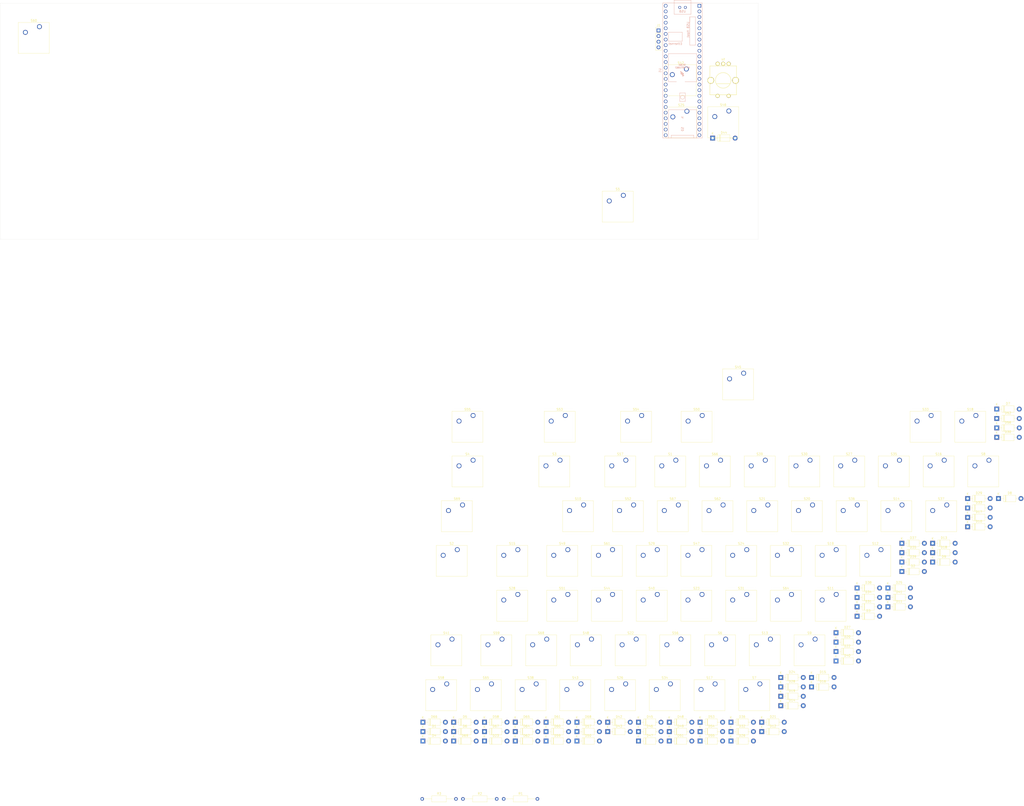
<source format=kicad_pcb>
(kicad_pcb (version 20171130) (host pcbnew "(5.1.7)-1")
  (layers (0 F.Cu signal) (31 B.Cu signal) (34 B.Paste user) (35 F.Paste user) (36 B.SilkS user) (37 F.SilkS user) (38 B.Mask user) (39 F.Mask user) (44 Edge.Cuts user))
  (net 0 "")
  (net 1 /col0)
  (net 2 "Net-(D1-Pad2)")
  (net 3 "Net-(D2-Pad2)")
  (net 4 "Net-(D3-Pad2)")
  (net 5 "Net-(D4-Pad2)")
  (net 6 "Net-(D5-Pad2)")
  (net 7 "Net-(D6-Pad2)")
  (net 8 /col1)
  (net 9 "Net-(D7-Pad1)")
  (net 10 "Net-(D7-Pad2)")
  (net 11 "Net-(D8-Pad1)")
  (net 12 "Net-(D8-Pad2)")
  (net 13 "Net-(D9-Pad2)")
  (net 14 "Net-(D10-Pad2)")
  (net 15 /col2)
  (net 16 "Net-(D11-Pad2)")
  (net 17 "Net-(D12-Pad2)")
  (net 18 "Net-(D13-Pad2)")
  (net 19 "Net-(D14-Pad2)")
  (net 20 "Net-(D15-Pad2)")
  (net 21 "Net-(D16-Pad2)")
  (net 22 /col3)
  (net 23 "Net-(D17-Pad2)")
  (net 24 "Net-(D18-Pad2)")
  (net 25 "Net-(D19-Pad2)")
  (net 26 "Net-(D20-Pad2)")
  (net 27 /col4)
  (net 28 "Net-(D21-Pad2)")
  (net 29 "Net-(D22-Pad2)")
  (net 30 "Net-(D23-Pad2)")
  (net 31 "Net-(D24-Pad2)")
  (net 32 /col5)
  (net 33 "Net-(D25-Pad1)")
  (net 34 "Net-(D25-Pad2)")
  (net 35 "Net-(D26-Pad2)")
  (net 36 "Net-(D27-Pad2)")
  (net 37 "Net-(D28-Pad2)")
  (net 38 /col6)
  (net 39 "Net-(D29-Pad2)")
  (net 40 "Net-(D30-Pad2)")
  (net 41 "Net-(D31-Pad2)")
  (net 42 "Net-(D32-Pad2)")
  (net 43 /col7)
  (net 44 "Net-(D33-Pad2)")
  (net 45 "Net-(D34-Pad2)")
  (net 46 "Net-(D35-Pad2)")
  (net 47 "Net-(D36-Pad2)")
  (net 48 /col8)
  (net 49 "Net-(D37-Pad2)")
  (net 50 "Net-(D38-Pad2)")
  (net 51 "Net-(D39-Pad2)")
  (net 52 "Net-(D40-Pad2)")
  (net 53 "Net-(D41-Pad2)")
  (net 54 "Net-(D42-Pad2)")
  (net 55 /col9)
  (net 56 "Net-(D43-Pad2)")
  (net 57 "Net-(D44-Pad2)")
  (net 58 "Net-(D45-Pad2)")
  (net 59 "Net-(D46-Pad2)")
  (net 60 /col10)
  (net 61 "Net-(D47-Pad2)")
  (net 62 "Net-(D48-Pad2)")
  (net 63 "Net-(D49-Pad2)")
  (net 64 "Net-(D50-Pad2)")
  (net 65 /col11)
  (net 66 "Net-(D51-Pad2)")
  (net 67 "Net-(D52-Pad2)")
  (net 68 /col12)
  (net 69 "Net-(D53-Pad2)")
  (net 70 "Net-(D54-Pad2)")
  (net 71 "Net-(D55-Pad2)")
  (net 72 "Net-(D56-Pad2)")
  (net 73 "Net-(D57-Pad2)")
  (net 74 "Net-(D58-Pad2)")
  (net 75 /col13)
  (net 76 "Net-(D59-Pad2)")
  (net 77 "Net-(D60-Pad2)")
  (net 78 "Net-(D61-Pad2)")
  (net 79 "Net-(D62-Pad2)")
  (net 80 /col14)
  (net 81 "Net-(D64-Pad2)")
  (net 82 "Net-(D65-Pad2)")
  (net 83 "Net-(D66-Pad2)")
  (net 84 "Net-(D67-Pad2)")
  (net 85 "Net-(D68-Pad2)")
  (net 86 "Net-(D69-Pad2)")
  (net 87 /SDA)
  (net 88 /SCL)
  (net 89 /VCC)
  (net 90 GND)
  (net 91 /EncoderSW)
  (net 92 +3V3)
  (net 93 /Encoder+)
  (net 94 /Encoder-)
  (net 95 /row0)
  (net 96 /row1)
  (net 97 /row2)
  (net 98 /row3)
  (net 99 "Net-(S5-Pad1)")
  (net 100 /row4)
  (net 101 "Net-(S25-Pad1)")
  (net 102 "Net-(S26-Pad1)")
  (net 103 "Net-(S32-Pad1)")
  (net 104 "Net-(S59-Pad1)")
  (net 105 "Net-(S60-Pad1)")
  (net 106 "Net-(S61-Pad1)")
  (net 107 "Net-(S62-Pad1)")
  (net 108 "Net-(U1-Pad48)")
  (net 109 "Net-(U1-Pad42)")
  (net 110 "Net-(U1-Pad39)")
  (net 111 "Net-(U1-Pad38)")
  (net 112 "Net-(U1-Pad37)")
  (net 113 "Net-(U1-Pad36)")
  (net 114 "Net-(U1-Pad35)")
  (net 115 "Net-(U1-Pad33)")
  (net 116 "Net-(U1-Pad32)")
  (net 117 "Net-(U1-Pad31)")
  (net 118 "Net-(U1-Pad30)")
  (net 119 "Net-(U1-Pad29)")
  (net 120 "Net-(U1-Pad28)")
  (net 121 "Net-(U1-Pad27)")
  (net 122 "Net-(U1-Pad26)")
  (net 123 "Net-(U1-Pad25)")
  (net 124 "Net-(U1-Pad24)")
  (net 125 "Net-(U1-Pad23)")
  (net 126 "Net-(U1-Pad66)")
  (net 127 "Net-(U1-Pad67)")
  (module sparkfun:SF-ROTARY-ENCODER (layer F.Cu) (at 375.31294 53.6956 180)
    (fp_text reference U2 (at 0 9.5) (layer F.SilkS) (effects (font (size 0.762 0.762) (thickness 0.1524))))
    (fp_text value RotaryEncoder5 hide)
    (pad 1 thru_hole circle (at -2.5 -7 180) (size 1.8 1.8) (drill 1) (layers *.Cu *.Mask F.SilkS) (net 92 +3V3))
    (pad 2 thru_hole circle (at -2.5 7.5 180) (size 1.8 1.8) (drill 1) (layers *.Cu *.Mask F.SilkS) (net 93 /Encoder+))
    (pad 3 thru_hole circle (at 0 7.5 180) (size 1.8 1.8) (drill 1) (layers *.Cu *.Mask F.SilkS) (net 90 GND))
    (pad 4 thru_hole circle (at 2.5 7.5 180) (size 1.8 1.8) (drill 1) (layers *.Cu *.Mask F.SilkS) (net 94 /Encoder-))
    (pad 5 thru_hole circle (at 2.5 -7 180) (size 1.8 1.8) (drill 1) (layers *.Cu *.Mask F.SilkS) (net 91 /EncoderSW))
    (pad "" thru_hole circle (at 5.6 0 180) (size 3 3) (drill 2.2) (layers *.Cu *.Mask F.SilkS))
    (pad "" thru_hole circle (at -5.6 0 180) (size 3 3) (drill 2.2) (layers *.Cu *.Mask F.SilkS))
  )
  (module Diode_THT:D_DO-41_SOD81_P10.16mm_Horizontal (layer F.Cu) (at 239.708281 347.777521)
    (fp_text reference D1 (at 5.08 -2.47) (layer F.SilkS))
    (fp_text value D_Schottky)
    (fp_text user K (at 0 -2.1) (layer F.SilkS))
    (pad 1 thru_hole rect (at 0 0) (size 2.2 2.2) (drill 1.1) (layers *.Cu *.Mask) (net 1 /col0))
    (pad 2 thru_hole oval (at 10.16 0) (size 2.2 2.2) (drill 1.1) (layers *.Cu *.Mask) (net 2 "Net-(D1-Pad2)"))
  )
  (module Diode_THT:D_DO-41_SOD81_P10.16mm_Horizontal (layer F.Cu) (at 455.988281 275.477521)
    (fp_text reference D2 (at 5.08 -2.47) (layer F.SilkS))
    (fp_text value D_Schottky)
    (fp_text user K (at 0 -2.1) (layer F.SilkS))
    (pad 2 thru_hole oval (at 10.16 0) (size 2.2 2.2) (drill 1.1) (layers *.Cu *.Mask) (net 3 "Net-(D2-Pad2)"))
    (pad 1 thru_hole rect (at 0 0) (size 2.2 2.2) (drill 1.1) (layers *.Cu *.Mask) (net 1 /col0))
  )
  (module Diode_THT:D_DO-41_SOD81_P10.16mm_Horizontal (layer F.Cu) (at 435.788281 295.677521)
    (fp_text reference D3 (at 5.08 -2.47) (layer F.SilkS))
    (fp_text value D_Schottky)
    (fp_text user K (at 0 -2.1) (layer F.SilkS))
    (pad 2 thru_hole oval (at 10.16 0) (size 2.2 2.2) (drill 1.1) (layers *.Cu *.Mask) (net 4 "Net-(D3-Pad2)"))
    (pad 1 thru_hole rect (at 0 0) (size 2.2 2.2) (drill 1.1) (layers *.Cu *.Mask) (net 1 /col0))
  )
  (module Diode_THT:D_DO-41_SOD81_P10.16mm_Horizontal (layer F.Cu) (at 239.708281 352.027521)
    (fp_text reference D4 (at 5.08 -2.47) (layer F.SilkS))
    (fp_text value D_Schottky)
    (fp_text user K (at 0 -2.1) (layer F.SilkS))
    (pad 2 thru_hole oval (at 10.16 0) (size 2.2 2.2) (drill 1.1) (layers *.Cu *.Mask) (net 5 "Net-(D4-Pad2)"))
    (pad 1 thru_hole rect (at 0 0) (size 2.2 2.2) (drill 1.1) (layers *.Cu *.Mask) (net 1 /col0))
  )
  (module Diode_THT:D_DO-41_SOD81_P10.16mm_Horizontal (layer F.Cu) (at 253.618281 343.527521)
    (fp_text reference D5 (at 5.08 -2.47) (layer F.SilkS))
    (fp_text value D_Schottky)
    (fp_text user K (at 0 -2.1) (layer F.SilkS))
    (pad 2 thru_hole oval (at 10.16 0) (size 2.2 2.2) (drill 1.1) (layers *.Cu *.Mask) (net 6 "Net-(D5-Pad2)"))
    (pad 1 thru_hole rect (at 0 0) (size 2.2 2.2) (drill 1.1) (layers *.Cu *.Mask) (net 1 /col0))
  )
  (module Diode_THT:D_DO-41_SOD81_P10.16mm_Horizontal (layer F.Cu) (at 253.618281 347.777521)
    (fp_text reference D6 (at 5.08 -2.47) (layer F.SilkS))
    (fp_text value D_Schottky)
    (fp_text user K (at 0 -2.1) (layer F.SilkS))
    (pad 2 thru_hole oval (at 10.16 0) (size 2.2 2.2) (drill 1.1) (layers *.Cu *.Mask) (net 7 "Net-(D6-Pad2)"))
    (pad 1 thru_hole rect (at 0 0) (size 2.2 2.2) (drill 1.1) (layers *.Cu *.Mask) (net 8 /col1))
  )
  (module Diode_THT:D_DO-41_SOD81_P10.16mm_Horizontal (layer F.Cu) (at 498.848281 202.127521)
    (fp_text reference D7 (at 5.08 -2.47) (layer F.SilkS))
    (fp_text value D_Schottky)
    (fp_text user K (at 0 -2.1) (layer F.SilkS))
    (pad 1 thru_hole rect (at 0 0) (size 2.2 2.2) (drill 1.1) (layers *.Cu *.Mask) (net 9 "Net-(D7-Pad1)"))
    (pad 2 thru_hole oval (at 10.16 0) (size 2.2 2.2) (drill 1.1) (layers *.Cu *.Mask) (net 10 "Net-(D7-Pad2)"))
  )
  (module Diode_THT:D_DO-41_SOD81_P10.16mm_Horizontal (layer F.Cu) (at 499.618281 242.527521)
    (fp_text reference D8 (at 5.08 -2.47) (layer F.SilkS))
    (fp_text value D_Schottky)
    (fp_text user K (at 0 -2.1) (layer F.SilkS))
    (pad 1 thru_hole rect (at 0 0) (size 2.2 2.2) (drill 1.1) (layers *.Cu *.Mask) (net 11 "Net-(D8-Pad1)"))
    (pad 2 thru_hole oval (at 10.16 0) (size 2.2 2.2) (drill 1.1) (layers *.Cu *.Mask) (net 12 "Net-(D8-Pad2)"))
  )
  (module Diode_THT:D_DO-41_SOD81_P10.16mm_Horizontal (layer F.Cu) (at 469.898281 271.227521)
    (fp_text reference D9 (at 5.08 -2.47) (layer F.SilkS))
    (fp_text value D_Schottky)
    (fp_text user K (at 0 -2.1) (layer F.SilkS))
    (pad 2 thru_hole oval (at 10.16 0) (size 2.2 2.2) (drill 1.1) (layers *.Cu *.Mask) (net 13 "Net-(D9-Pad2)"))
    (pad 1 thru_hole rect (at 0 0) (size 2.2 2.2) (drill 1.1) (layers *.Cu *.Mask) (net 8 /col1))
  )
  (module Diode_THT:D_DO-41_SOD81_P10.16mm_Horizontal (layer F.Cu) (at 485.708281 255.277521)
    (fp_text reference D10 (at 5.08 -2.47) (layer F.SilkS))
    (fp_text value D_Schottky)
    (fp_text user K (at 0 -2.1) (layer F.SilkS))
    (pad 2 thru_hole oval (at 10.16 0) (size 2.2 2.2) (drill 1.1) (layers *.Cu *.Mask) (net 14 "Net-(D10-Pad2)"))
    (pad 1 thru_hole rect (at 0 0) (size 2.2 2.2) (drill 1.1) (layers *.Cu *.Mask) (net 8 /col1))
  )
  (module Diode_THT:D_DO-41_SOD81_P10.16mm_Horizontal (layer F.Cu) (at 449.698281 291.427521)
    (fp_text reference D11 (at 5.08 -2.47) (layer F.SilkS))
    (fp_text value D_Schottky)
    (fp_text user K (at 0 -2.1) (layer F.SilkS))
    (pad 1 thru_hole rect (at 0 0) (size 2.2 2.2) (drill 1.1) (layers *.Cu *.Mask) (net 15 /col2))
    (pad 2 thru_hole oval (at 10.16 0) (size 2.2 2.2) (drill 1.1) (layers *.Cu *.Mask) (net 16 "Net-(D11-Pad2)"))
  )
  (module Diode_THT:D_DO-41_SOD81_P10.16mm_Horizontal (layer F.Cu) (at 392.718281 347.777521)
    (fp_text reference D12 (at 5.08 -2.47) (layer F.SilkS))
    (fp_text value D_Schottky)
    (fp_text user K (at 0 -2.1) (layer F.SilkS))
    (pad 1 thru_hole rect (at 0 0) (size 2.2 2.2) (drill 1.1) (layers *.Cu *.Mask) (net 15 /col2))
    (pad 2 thru_hole oval (at 10.16 0) (size 2.2 2.2) (drill 1.1) (layers *.Cu *.Mask) (net 17 "Net-(D12-Pad2)"))
  )
  (module Diode_THT:D_DO-41_SOD81_P10.16mm_Horizontal (layer F.Cu) (at 469.898281 262.727521)
    (fp_text reference D13 (at 5.08 -2.47) (layer F.SilkS))
    (fp_text value D_Schottky)
    (fp_text user K (at 0 -2.1) (layer F.SilkS))
    (pad 1 thru_hole rect (at 0 0) (size 2.2 2.2) (drill 1.1) (layers *.Cu *.Mask) (net 15 /col2))
    (pad 2 thru_hole oval (at 10.16 0) (size 2.2 2.2) (drill 1.1) (layers *.Cu *.Mask) (net 18 "Net-(D13-Pad2)"))
  )
  (module Diode_THT:D_DO-41_SOD81_P10.16mm_Horizontal (layer F.Cu) (at 401.308281 336.077521)
    (fp_text reference D14 (at 5.08 -2.47) (layer F.SilkS))
    (fp_text value D_Schottky)
    (fp_text user K (at 0 -2.1) (layer F.SilkS))
    (pad 1 thru_hole rect (at 0 0) (size 2.2 2.2) (drill 1.1) (layers *.Cu *.Mask) (net 15 /col2))
    (pad 2 thru_hole oval (at 10.16 0) (size 2.2 2.2) (drill 1.1) (layers *.Cu *.Mask) (net 19 "Net-(D14-Pad2)"))
  )
  (module Diode_THT:D_DO-41_SOD81_P10.16mm_Horizontal (layer F.Cu) (at 415.218281 323.327521)
    (fp_text reference D15 (at 5.08 -2.47) (layer F.SilkS))
    (fp_text value D_Schottky)
    (fp_text user K (at 0 -2.1) (layer F.SilkS))
    (pad 1 thru_hole rect (at 0 0) (size 2.2 2.2) (drill 1.1) (layers *.Cu *.Mask) (net 15 /col2))
    (pad 2 thru_hole oval (at 10.16 0) (size 2.2 2.2) (drill 1.1) (layers *.Cu *.Mask) (net 20 "Net-(D15-Pad2)"))
  )
  (module Diode_THT:D_DO-41_SOD81_P10.16mm_Horizontal (layer F.Cu) (at 415.218281 327.577521)
    (fp_text reference D16 (at 5.08 -2.47) (layer F.SilkS))
    (fp_text value D_Schottky)
    (fp_text user K (at 0 -2.1) (layer F.SilkS))
    (pad 2 thru_hole oval (at 10.16 0) (size 2.2 2.2) (drill 1.1) (layers *.Cu *.Mask) (net 21 "Net-(D16-Pad2)"))
    (pad 1 thru_hole rect (at 0 0) (size 2.2 2.2) (drill 1.1) (layers *.Cu *.Mask) (net 22 /col3))
  )
  (module Diode_THT:D_DO-41_SOD81_P10.16mm_Horizontal (layer F.Cu) (at 485.708281 251.027521)
    (fp_text reference D17 (at 5.08 -2.47) (layer F.SilkS))
    (fp_text value D_Schottky)
    (fp_text user K (at 0 -2.1) (layer F.SilkS))
    (pad 1 thru_hole rect (at 0 0) (size 2.2 2.2) (drill 1.1) (layers *.Cu *.Mask) (net 22 /col3))
    (pad 2 thru_hole oval (at 10.16 0) (size 2.2 2.2) (drill 1.1) (layers *.Cu *.Mask) (net 23 "Net-(D17-Pad2)"))
  )
  (module Diode_THT:D_DO-41_SOD81_P10.16mm_Horizontal (layer F.Cu) (at 469.898281 266.977521)
    (fp_text reference D18 (at 5.08 -2.47) (layer F.SilkS))
    (fp_text value D_Schottky)
    (fp_text user K (at 0 -2.1) (layer F.SilkS))
    (pad 1 thru_hole rect (at 0 0) (size 2.2 2.2) (drill 1.1) (layers *.Cu *.Mask) (net 22 /col3))
    (pad 2 thru_hole oval (at 10.16 0) (size 2.2 2.2) (drill 1.1) (layers *.Cu *.Mask) (net 24 "Net-(D18-Pad2)"))
  )
  (module Diode_THT:D_DO-41_SOD81_P10.16mm_Horizontal (layer F.Cu) (at 401.308281 331.827521)
    (fp_text reference D19 (at 5.08 -2.47) (layer F.SilkS))
    (fp_text value D_Schottky)
    (fp_text user K (at 0 -2.1) (layer F.SilkS))
    (pad 1 thru_hole rect (at 0 0) (size 2.2 2.2) (drill 1.1) (layers *.Cu *.Mask) (net 22 /col3))
    (pad 2 thru_hole oval (at 10.16 0) (size 2.2 2.2) (drill 1.1) (layers *.Cu *.Mask) (net 25 "Net-(D19-Pad2)"))
  )
  (module Diode_THT:D_DO-41_SOD81_P10.16mm_Horizontal (layer F.Cu) (at 426.268281 307.377521)
    (fp_text reference D20 (at 5.08 -2.47) (layer F.SilkS))
    (fp_text value D_Schottky)
    (fp_text user K (at 0 -2.1) (layer F.SilkS))
    (pad 2 thru_hole oval (at 10.16 0) (size 2.2 2.2) (drill 1.1) (layers *.Cu *.Mask) (net 26 "Net-(D20-Pad2)"))
    (pad 1 thru_hole rect (at 0 0) (size 2.2 2.2) (drill 1.1) (layers *.Cu *.Mask) (net 27 /col4))
  )
  (module Diode_THT:D_DO-41_SOD81_P10.16mm_Horizontal (layer F.Cu) (at 392.718281 343.527521)
    (fp_text reference D21 (at 5.08 -2.47) (layer F.SilkS))
    (fp_text value D_Schottky)
    (fp_text user K (at 0 -2.1) (layer F.SilkS))
    (pad 2 thru_hole oval (at 10.16 0) (size 2.2 2.2) (drill 1.1) (layers *.Cu *.Mask) (net 28 "Net-(D21-Pad2)"))
    (pad 1 thru_hole rect (at 0 0) (size 2.2 2.2) (drill 1.1) (layers *.Cu *.Mask) (net 27 /col4))
  )
  (module Diode_THT:D_DO-41_SOD81_P10.16mm_Horizontal (layer F.Cu) (at 426.268281 311.627521)
    (fp_text reference D22 (at 5.08 -2.47) (layer F.SilkS))
    (fp_text value D_Schottky)
    (fp_text user K (at 0 -2.1) (layer F.SilkS))
    (pad 2 thru_hole oval (at 10.16 0) (size 2.2 2.2) (drill 1.1) (layers *.Cu *.Mask) (net 29 "Net-(D22-Pad2)"))
    (pad 1 thru_hole rect (at 0 0) (size 2.2 2.2) (drill 1.1) (layers *.Cu *.Mask) (net 27 /col4))
  )
  (module Diode_THT:D_DO-41_SOD81_P10.16mm_Horizontal (layer F.Cu) (at 267.528281 352.027521)
    (fp_text reference D23 (at 5.08 -2.47) (layer F.SilkS))
    (fp_text value D_Schottky)
    (fp_text user K (at 0 -2.1) (layer F.SilkS))
    (pad 2 thru_hole oval (at 10.16 0) (size 2.2 2.2) (drill 1.1) (layers *.Cu *.Mask) (net 30 "Net-(D23-Pad2)"))
    (pad 1 thru_hole rect (at 0 0) (size 2.2 2.2) (drill 1.1) (layers *.Cu *.Mask) (net 27 /col4))
  )
  (module Diode_THT:D_DO-41_SOD81_P10.16mm_Horizontal (layer F.Cu) (at 401.308281 323.327521)
    (fp_text reference D24 (at 5.08 -2.47) (layer F.SilkS))
    (fp_text value D_Schottky)
    (fp_text user K (at 0 -2.1) (layer F.SilkS))
    (pad 2 thru_hole oval (at 10.16 0) (size 2.2 2.2) (drill 1.1) (layers *.Cu *.Mask) (net 31 "Net-(D24-Pad2)"))
    (pad 1 thru_hole rect (at 0 0) (size 2.2 2.2) (drill 1.1) (layers *.Cu *.Mask) (net 32 /col5))
  )
  (module Diode_THT:D_DO-41_SOD81_P10.16mm_Horizontal (layer F.Cu) (at 449.698281 282.927521)
    (fp_text reference D25 (at 5.08 -2.47) (layer F.SilkS))
    (fp_text value D_Schottky)
    (fp_text user K (at 0 -2.1) (layer F.SilkS))
    (pad 1 thru_hole rect (at 0 0) (size 2.2 2.2) (drill 1.1) (layers *.Cu *.Mask) (net 33 "Net-(D25-Pad1)"))
    (pad 2 thru_hole oval (at 10.16 0) (size 2.2 2.2) (drill 1.1) (layers *.Cu *.Mask) (net 34 "Net-(D25-Pad2)"))
  )
  (module Diode_THT:D_DO-41_SOD81_P10.16mm_Horizontal (layer F.Cu) (at 378.808281 352.027521)
    (fp_text reference D26 (at 5.08 -2.47) (layer F.SilkS))
    (fp_text value D_Schottky)
    (fp_text user K (at 0 -2.1) (layer F.SilkS))
    (pad 2 thru_hole oval (at 10.16 0) (size 2.2 2.2) (drill 1.1) (layers *.Cu *.Mask) (net 35 "Net-(D26-Pad2)"))
    (pad 1 thru_hole rect (at 0 0) (size 2.2 2.2) (drill 1.1) (layers *.Cu *.Mask) (net 32 /col5))
  )
  (module Diode_THT:D_DO-41_SOD81_P10.16mm_Horizontal (layer F.Cu) (at 426.268281 303.127521)
    (fp_text reference D27 (at 5.08 -2.47) (layer F.SilkS))
    (fp_text value D_Schottky)
    (fp_text user K (at 0 -2.1) (layer F.SilkS))
    (pad 1 thru_hole rect (at 0 0) (size 2.2 2.2) (drill 1.1) (layers *.Cu *.Mask) (net 32 /col5))
    (pad 2 thru_hole oval (at 10.16 0) (size 2.2 2.2) (drill 1.1) (layers *.Cu *.Mask) (net 36 "Net-(D27-Pad2)"))
  )
  (module Diode_THT:D_DO-41_SOD81_P10.16mm_Horizontal (layer F.Cu) (at 401.308281 327.577521)
    (fp_text reference D28 (at 5.08 -2.47) (layer F.SilkS))
    (fp_text value D_Schottky)
    (fp_text user K (at 0 -2.1) (layer F.SilkS))
    (pad 2 thru_hole oval (at 10.16 0) (size 2.2 2.2) (drill 1.1) (layers *.Cu *.Mask) (net 37 "Net-(D28-Pad2)"))
    (pad 1 thru_hole rect (at 0 0) (size 2.2 2.2) (drill 1.1) (layers *.Cu *.Mask) (net 32 /col5))
  )
  (module Diode_THT:D_DO-41_SOD81_P10.16mm_Horizontal (layer F.Cu) (at 485.708281 242.527521)
    (fp_text reference D29 (at 5.08 -2.47) (layer F.SilkS))
    (fp_text value D_Schottky)
    (fp_text user K (at 0 -2.1) (layer F.SilkS))
    (pad 1 thru_hole rect (at 0 0) (size 2.2 2.2) (drill 1.1) (layers *.Cu *.Mask) (net 38 /col6))
    (pad 2 thru_hole oval (at 10.16 0) (size 2.2 2.2) (drill 1.1) (layers *.Cu *.Mask) (net 39 "Net-(D29-Pad2)"))
  )
  (module Diode_THT:D_DO-41_SOD81_P10.16mm_Horizontal (layer F.Cu) (at 498.848281 214.877521)
    (fp_text reference D30 (at 5.08 -2.47) (layer F.SilkS))
    (fp_text value D_Schottky)
    (fp_text user K (at 0 -2.1) (layer F.SilkS))
    (pad 2 thru_hole oval (at 10.16 0) (size 2.2 2.2) (drill 1.1) (layers *.Cu *.Mask) (net 40 "Net-(D30-Pad2)"))
    (pad 1 thru_hole rect (at 0 0) (size 2.2 2.2) (drill 1.1) (layers *.Cu *.Mask) (net 38 /col6))
  )
  (module Diode_THT:D_DO-41_SOD81_P10.16mm_Horizontal (layer F.Cu) (at 435.788281 291.427521)
    (fp_text reference D31 (at 5.08 -2.47) (layer F.SilkS))
    (fp_text value D_Schottky)
    (fp_text user K (at 0 -2.1) (layer F.SilkS))
    (pad 1 thru_hole rect (at 0 0) (size 2.2 2.2) (drill 1.1) (layers *.Cu *.Mask) (net 38 /col6))
    (pad 2 thru_hole oval (at 10.16 0) (size 2.2 2.2) (drill 1.1) (layers *.Cu *.Mask) (net 41 "Net-(D31-Pad2)"))
  )
  (module Diode_THT:D_DO-41_SOD81_P10.16mm_Horizontal (layer F.Cu) (at 378.808281 347.777521)
    (fp_text reference D32 (at 5.08 -2.47) (layer F.SilkS))
    (fp_text value D_Schottky)
    (fp_text user K (at 0 -2.1) (layer F.SilkS))
    (pad 2 thru_hole oval (at 10.16 0) (size 2.2 2.2) (drill 1.1) (layers *.Cu *.Mask) (net 42 "Net-(D32-Pad2)"))
    (pad 1 thru_hole rect (at 0 0) (size 2.2 2.2) (drill 1.1) (layers *.Cu *.Mask) (net 38 /col6))
  )
  (module Diode_THT:D_DO-41_SOD81_P10.16mm_Horizontal (layer F.Cu) (at 485.708281 246.777521)
    (fp_text reference D33 (at 5.08 -2.47) (layer F.SilkS))
    (fp_text value D_Schottky)
    (fp_text user K (at 0 -2.1) (layer F.SilkS))
    (pad 1 thru_hole rect (at 0 0) (size 2.2 2.2) (drill 1.1) (layers *.Cu *.Mask) (net 43 /col7))
    (pad 2 thru_hole oval (at 10.16 0) (size 2.2 2.2) (drill 1.1) (layers *.Cu *.Mask) (net 44 "Net-(D33-Pad2)"))
  )
  (module Diode_THT:D_DO-41_SOD81_P10.16mm_Horizontal (layer F.Cu) (at 435.788281 287.177521)
    (fp_text reference D34 (at 5.08 -2.47) (layer F.SilkS))
    (fp_text value D_Schottky)
    (fp_text user K (at 0 -2.1) (layer F.SilkS))
    (pad 1 thru_hole rect (at 0 0) (size 2.2 2.2) (drill 1.1) (layers *.Cu *.Mask) (net 43 /col7))
    (pad 2 thru_hole oval (at 10.16 0) (size 2.2 2.2) (drill 1.1) (layers *.Cu *.Mask) (net 45 "Net-(D34-Pad2)"))
  )
  (module Diode_THT:D_DO-41_SOD81_P10.16mm_Horizontal (layer F.Cu) (at 455.988281 266.977521)
    (fp_text reference D35 (at 5.08 -2.47) (layer F.SilkS))
    (fp_text value D_Schottky)
    (fp_text user K (at 0 -2.1) (layer F.SilkS))
    (pad 1 thru_hole rect (at 0 0) (size 2.2 2.2) (drill 1.1) (layers *.Cu *.Mask) (net 43 /col7))
    (pad 2 thru_hole oval (at 10.16 0) (size 2.2 2.2) (drill 1.1) (layers *.Cu *.Mask) (net 46 "Net-(D35-Pad2)"))
  )
  (module Diode_THT:D_DO-41_SOD81_P10.16mm_Horizontal (layer F.Cu) (at 378.808281 343.527521)
    (fp_text reference D36 (at 5.08 -2.47) (layer F.SilkS))
    (fp_text value D_Schottky)
    (fp_text user K (at 0 -2.1) (layer F.SilkS))
    (pad 2 thru_hole oval (at 10.16 0) (size 2.2 2.2) (drill 1.1) (layers *.Cu *.Mask) (net 47 "Net-(D36-Pad2)"))
    (pad 1 thru_hole rect (at 0 0) (size 2.2 2.2) (drill 1.1) (layers *.Cu *.Mask) (net 43 /col7))
  )
  (module Diode_THT:D_DO-41_SOD81_P10.16mm_Horizontal (layer F.Cu) (at 455.988281 262.727521)
    (fp_text reference D37 (at 5.08 -2.47) (layer F.SilkS))
    (fp_text value D_Schottky)
    (fp_text user K (at 0 -2.1) (layer F.SilkS))
    (pad 1 thru_hole rect (at 0 0) (size 2.2 2.2) (drill 1.1) (layers *.Cu *.Mask) (net 48 /col8))
    (pad 2 thru_hole oval (at 10.16 0) (size 2.2 2.2) (drill 1.1) (layers *.Cu *.Mask) (net 49 "Net-(D37-Pad2)"))
  )
  (module Diode_THT:D_DO-41_SOD81_P10.16mm_Horizontal (layer F.Cu) (at 435.788281 282.927521)
    (fp_text reference D38 (at 5.08 -2.47) (layer F.SilkS))
    (fp_text value D_Schottky)
    (fp_text user K (at 0 -2.1) (layer F.SilkS))
    (pad 2 thru_hole oval (at 10.16 0) (size 2.2 2.2) (drill 1.1) (layers *.Cu *.Mask) (net 50 "Net-(D38-Pad2)"))
    (pad 1 thru_hole rect (at 0 0) (size 2.2 2.2) (drill 1.1) (layers *.Cu *.Mask) (net 48 /col8))
  )
  (module Diode_THT:D_DO-41_SOD81_P10.16mm_Horizontal (layer F.Cu) (at 455.988281 271.227521)
    (fp_text reference D39 (at 5.08 -2.47) (layer F.SilkS))
    (fp_text value D_Schottky)
    (fp_text user K (at 0 -2.1) (layer F.SilkS))
    (pad 1 thru_hole rect (at 0 0) (size 2.2 2.2) (drill 1.1) (layers *.Cu *.Mask) (net 48 /col8))
    (pad 2 thru_hole oval (at 10.16 0) (size 2.2 2.2) (drill 1.1) (layers *.Cu *.Mask) (net 51 "Net-(D39-Pad2)"))
  )
  (module Diode_THT:D_DO-41_SOD81_P10.16mm_Horizontal (layer F.Cu) (at 426.268281 315.877521)
    (fp_text reference D40 (at 5.08 -2.47) (layer F.SilkS))
    (fp_text value D_Schottky)
    (fp_text user K (at 0 -2.1) (layer F.SilkS))
    (pad 2 thru_hole oval (at 10.16 0) (size 2.2 2.2) (drill 1.1) (layers *.Cu *.Mask) (net 52 "Net-(D40-Pad2)"))
    (pad 1 thru_hole rect (at 0 0) (size 2.2 2.2) (drill 1.1) (layers *.Cu *.Mask) (net 48 /col8))
  )
  (module Diode_THT:D_DO-41_SOD81_P10.16mm_Horizontal (layer F.Cu) (at 449.698281 287.177521)
    (fp_text reference D41 (at 5.08 -2.47) (layer F.SilkS))
    (fp_text value D_Schottky)
    (fp_text user K (at 0 -2.1) (layer F.SilkS))
    (pad 1 thru_hole rect (at 0 0) (size 2.2 2.2) (drill 1.1) (layers *.Cu *.Mask) (net 48 /col8))
    (pad 2 thru_hole oval (at 10.16 0) (size 2.2 2.2) (drill 1.1) (layers *.Cu *.Mask) (net 53 "Net-(D41-Pad2)"))
  )
  (module Diode_THT:D_DO-41_SOD81_P10.16mm_Horizontal (layer F.Cu) (at 323.168281 343.527521)
    (fp_text reference D42 (at 5.08 -2.47) (layer F.SilkS))
    (fp_text value D_Schottky)
    (fp_text user K (at 0 -2.1) (layer F.SilkS))
    (pad 2 thru_hole oval (at 10.16 0) (size 2.2 2.2) (drill 1.1) (layers *.Cu *.Mask) (net 54 "Net-(D42-Pad2)"))
    (pad 1 thru_hole rect (at 0 0) (size 2.2 2.2) (drill 1.1) (layers *.Cu *.Mask) (net 55 /col9))
  )
  (module Diode_THT:D_DO-41_SOD81_P10.16mm_Horizontal (layer F.Cu) (at 323.168281 347.777521)
    (fp_text reference D43 (at 5.08 -2.47) (layer F.SilkS))
    (fp_text value D_Schottky)
    (fp_text user K (at 0 -2.1) (layer F.SilkS))
    (pad 1 thru_hole rect (at 0 0) (size 2.2 2.2) (drill 1.1) (layers *.Cu *.Mask) (net 55 /col9))
    (pad 2 thru_hole oval (at 10.16 0) (size 2.2 2.2) (drill 1.1) (layers *.Cu *.Mask) (net 56 "Net-(D43-Pad2)"))
  )
  (module Diode_THT:D_DO-41_SOD81_P10.16mm_Horizontal (layer F.Cu) (at 370.55298 79.77632)
    (fp_text reference D44 (at 5.08 -2.47) (layer F.SilkS))
    (fp_text value D_Schottky)
    (fp_text user K (at 0 -2.1) (layer F.SilkS))
    (pad 2 thru_hole oval (at 10.16 0) (size 2.2 2.2) (drill 1.1) (layers *.Cu *.Mask) (net 57 "Net-(D44-Pad2)"))
    (pad 1 thru_hole rect (at 0 0) (size 2.2 2.2) (drill 1.1) (layers *.Cu *.Mask) (net 55 /col9))
  )
  (module Diode_THT:D_DO-41_SOD81_P10.16mm_Horizontal (layer F.Cu) (at 337.078281 343.527521)
    (fp_text reference D45 (at 5.08 -2.47) (layer F.SilkS))
    (fp_text value D_Schottky)
    (fp_text user K (at 0 -2.1) (layer F.SilkS))
    (pad 2 thru_hole oval (at 10.16 0) (size 2.2 2.2) (drill 1.1) (layers *.Cu *.Mask) (net 58 "Net-(D45-Pad2)"))
    (pad 1 thru_hole rect (at 0 0) (size 2.2 2.2) (drill 1.1) (layers *.Cu *.Mask) (net 55 /col9))
  )
  (module Diode_THT:D_DO-41_SOD81_P10.16mm_Horizontal (layer F.Cu) (at 337.078281 347.777521)
    (fp_text reference D46 (at 5.08 -2.47) (layer F.SilkS))
    (fp_text value D_Schottky)
    (fp_text user K (at 0 -2.1) (layer F.SilkS))
    (pad 2 thru_hole oval (at 10.16 0) (size 2.2 2.2) (drill 1.1) (layers *.Cu *.Mask) (net 59 "Net-(D46-Pad2)"))
    (pad 1 thru_hole rect (at 0 0) (size 2.2 2.2) (drill 1.1) (layers *.Cu *.Mask) (net 60 /col10))
  )
  (module Diode_THT:D_DO-41_SOD81_P10.16mm_Horizontal (layer F.Cu) (at 337.078281 352.027521)
    (fp_text reference D47 (at 5.08 -2.47) (layer F.SilkS))
    (fp_text value D_Schottky)
    (fp_text user K (at 0 -2.1) (layer F.SilkS))
    (pad 1 thru_hole rect (at 0 0) (size 2.2 2.2) (drill 1.1) (layers *.Cu *.Mask) (net 60 /col10))
    (pad 2 thru_hole oval (at 10.16 0) (size 2.2 2.2) (drill 1.1) (layers *.Cu *.Mask) (net 61 "Net-(D47-Pad2)"))
  )
  (module Diode_THT:D_DO-41_SOD81_P10.16mm_Horizontal (layer F.Cu) (at 350.988281 343.527521)
    (fp_text reference D48 (at 5.08 -2.47) (layer F.SilkS))
    (fp_text value D_Schottky)
    (fp_text user K (at 0 -2.1) (layer F.SilkS))
    (pad 2 thru_hole oval (at 10.16 0) (size 2.2 2.2) (drill 1.1) (layers *.Cu *.Mask) (net 62 "Net-(D48-Pad2)"))
    (pad 1 thru_hole rect (at 0 0) (size 2.2 2.2) (drill 1.1) (layers *.Cu *.Mask) (net 60 /col10))
  )
  (module Diode_THT:D_DO-41_SOD81_P10.16mm_Horizontal (layer F.Cu) (at 350.988281 347.777521)
    (fp_text reference D49 (at 5.08 -2.47) (layer F.SilkS))
    (fp_text value D_Schottky)
    (fp_text user K (at 0 -2.1) (layer F.SilkS))
    (pad 1 thru_hole rect (at 0 0) (size 2.2 2.2) (drill 1.1) (layers *.Cu *.Mask) (net 60 /col10))
    (pad 2 thru_hole oval (at 10.16 0) (size 2.2 2.2) (drill 1.1) (layers *.Cu *.Mask) (net 63 "Net-(D49-Pad2)"))
  )
  (module Diode_THT:D_DO-41_SOD81_P10.16mm_Horizontal (layer F.Cu) (at 309.258281 352.027521)
    (fp_text reference D50 (at 5.08 -2.47) (layer F.SilkS))
    (fp_text value D_Schottky)
    (fp_text user K (at 0 -2.1) (layer F.SilkS))
    (pad 2 thru_hole oval (at 10.16 0) (size 2.2 2.2) (drill 1.1) (layers *.Cu *.Mask) (net 64 "Net-(D50-Pad2)"))
    (pad 1 thru_hole rect (at 0 0) (size 2.2 2.2) (drill 1.1) (layers *.Cu *.Mask) (net 60 /col10))
  )
  (module Diode_THT:D_DO-41_SOD81_P10.16mm_Horizontal (layer F.Cu) (at 350.988281 352.027521)
    (fp_text reference D51 (at 5.08 -2.47) (layer F.SilkS))
    (fp_text value D_Schottky)
    (fp_text user K (at 0 -2.1) (layer F.SilkS))
    (pad 1 thru_hole rect (at 0 0) (size 2.2 2.2) (drill 1.1) (layers *.Cu *.Mask) (net 65 /col11))
    (pad 2 thru_hole oval (at 10.16 0) (size 2.2 2.2) (drill 1.1) (layers *.Cu *.Mask) (net 66 "Net-(D51-Pad2)"))
  )
  (module Diode_THT:D_DO-41_SOD81_P10.16mm_Horizontal (layer F.Cu) (at 498.848281 206.377521)
    (fp_text reference D52 (at 5.08 -2.47) (layer F.SilkS))
    (fp_text value D_Schottky)
    (fp_text user K (at 0 -2.1) (layer F.SilkS))
    (pad 2 thru_hole oval (at 10.16 0) (size 2.2 2.2) (drill 1.1) (layers *.Cu *.Mask) (net 67 "Net-(D52-Pad2)"))
    (pad 1 thru_hole rect (at 0 0) (size 2.2 2.2) (drill 1.1) (layers *.Cu *.Mask) (net 65 /col11))
  )
  (module Diode_THT:D_DO-41_SOD81_P10.16mm_Horizontal (layer F.Cu) (at 364.898281 343.527521)
    (fp_text reference D53 (at 5.08 -2.47) (layer F.SilkS))
    (fp_text value D_Schottky)
    (fp_text user K (at 0 -2.1) (layer F.SilkS))
    (pad 1 thru_hole rect (at 0 0) (size 2.2 2.2) (drill 1.1) (layers *.Cu *.Mask) (net 68 /col12))
    (pad 2 thru_hole oval (at 10.16 0) (size 2.2 2.2) (drill 1.1) (layers *.Cu *.Mask) (net 69 "Net-(D53-Pad2)"))
  )
  (module Diode_THT:D_DO-41_SOD81_P10.16mm_Horizontal (layer F.Cu) (at 364.898281 347.777521)
    (fp_text reference D54 (at 5.08 -2.47) (layer F.SilkS))
    (fp_text value D_Schottky)
    (fp_text user K (at 0 -2.1) (layer F.SilkS))
    (pad 2 thru_hole oval (at 10.16 0) (size 2.2 2.2) (drill 1.1) (layers *.Cu *.Mask) (net 70 "Net-(D54-Pad2)"))
    (pad 1 thru_hole rect (at 0 0) (size 2.2 2.2) (drill 1.1) (layers *.Cu *.Mask) (net 68 /col12))
  )
  (module Diode_THT:D_DO-41_SOD81_P10.16mm_Horizontal (layer F.Cu) (at 364.898281 352.027521)
    (fp_text reference D55 (at 5.08 -2.47) (layer F.SilkS))
    (fp_text value D_Schottky)
    (fp_text user K (at 0 -2.1) (layer F.SilkS))
    (pad 1 thru_hole rect (at 0 0) (size 2.2 2.2) (drill 1.1) (layers *.Cu *.Mask) (net 68 /col12))
    (pad 2 thru_hole oval (at 10.16 0) (size 2.2 2.2) (drill 1.1) (layers *.Cu *.Mask) (net 71 "Net-(D55-Pad2)"))
  )
  (module Diode_THT:D_DO-41_SOD81_P10.16mm_Horizontal (layer F.Cu) (at 498.848281 210.627521)
    (fp_text reference D56 (at 5.08 -2.47) (layer F.SilkS))
    (fp_text value D_Schottky)
    (fp_text user K (at 0 -2.1) (layer F.SilkS))
    (pad 2 thru_hole oval (at 10.16 0) (size 2.2 2.2) (drill 1.1) (layers *.Cu *.Mask) (net 72 "Net-(D56-Pad2)"))
    (pad 1 thru_hole rect (at 0 0) (size 2.2 2.2) (drill 1.1) (layers *.Cu *.Mask) (net 68 /col12))
  )
  (module Diode_THT:D_DO-41_SOD81_P10.16mm_Horizontal (layer F.Cu) (at 309.258281 347.777521)
    (fp_text reference D57 (at 5.08 -2.47) (layer F.SilkS))
    (fp_text value D_Schottky)
    (fp_text user K (at 0 -2.1) (layer F.SilkS))
    (pad 1 thru_hole rect (at 0 0) (size 2.2 2.2) (drill 1.1) (layers *.Cu *.Mask) (net 65 /col11))
    (pad 2 thru_hole oval (at 10.16 0) (size 2.2 2.2) (drill 1.1) (layers *.Cu *.Mask) (net 73 "Net-(D57-Pad2)"))
  )
  (module Diode_THT:D_DO-41_SOD81_P10.16mm_Horizontal (layer F.Cu) (at 267.528281 343.527521)
    (fp_text reference D58 (at 5.08 -2.47) (layer F.SilkS))
    (fp_text value D_Schottky)
    (fp_text user K (at 0 -2.1) (layer F.SilkS))
    (pad 2 thru_hole oval (at 10.16 0) (size 2.2 2.2) (drill 1.1) (layers *.Cu *.Mask) (net 74 "Net-(D58-Pad2)"))
    (pad 1 thru_hole rect (at 0 0) (size 2.2 2.2) (drill 1.1) (layers *.Cu *.Mask) (net 75 /col13))
  )
  (module Diode_THT:D_DO-41_SOD81_P10.16mm_Horizontal (layer F.Cu) (at 295.348281 352.027521)
    (fp_text reference D59 (at 5.08 -2.47) (layer F.SilkS))
    (fp_text value D_Schottky)
    (fp_text user K (at 0 -2.1) (layer F.SilkS))
    (pad 1 thru_hole rect (at 0 0) (size 2.2 2.2) (drill 1.1) (layers *.Cu *.Mask) (net 75 /col13))
    (pad 2 thru_hole oval (at 10.16 0) (size 2.2 2.2) (drill 1.1) (layers *.Cu *.Mask) (net 76 "Net-(D59-Pad2)"))
  )
  (module Diode_THT:D_DO-41_SOD81_P10.16mm_Horizontal (layer F.Cu) (at 295.348281 347.777521)
    (fp_text reference D60 (at 5.08 -2.47) (layer F.SilkS))
    (fp_text value D_Schottky)
    (fp_text user K (at 0 -2.1) (layer F.SilkS))
    (pad 2 thru_hole oval (at 10.16 0) (size 2.2 2.2) (drill 1.1) (layers *.Cu *.Mask) (net 77 "Net-(D60-Pad2)"))
    (pad 1 thru_hole rect (at 0 0) (size 2.2 2.2) (drill 1.1) (layers *.Cu *.Mask) (net 75 /col13))
  )
  (module Diode_THT:D_DO-41_SOD81_P10.16mm_Horizontal (layer F.Cu) (at 295.348281 343.527521)
    (fp_text reference D61 (at 5.08 -2.47) (layer F.SilkS))
    (fp_text value D_Schottky)
    (fp_text user K (at 0 -2.1) (layer F.SilkS))
    (pad 1 thru_hole rect (at 0 0) (size 2.2 2.2) (drill 1.1) (layers *.Cu *.Mask) (net 75 /col13))
    (pad 2 thru_hole oval (at 10.16 0) (size 2.2 2.2) (drill 1.1) (layers *.Cu *.Mask) (net 78 "Net-(D61-Pad2)"))
  )
  (module Diode_THT:D_DO-41_SOD81_P10.16mm_Horizontal (layer F.Cu) (at 281.438281 352.027521)
    (fp_text reference D62 (at 5.08 -2.47) (layer F.SilkS))
    (fp_text value D_Schottky)
    (fp_text user K (at 0 -2.1) (layer F.SilkS))
    (pad 2 thru_hole oval (at 10.16 0) (size 2.2 2.2) (drill 1.1) (layers *.Cu *.Mask) (net 79 "Net-(D62-Pad2)"))
    (pad 1 thru_hole rect (at 0 0) (size 2.2 2.2) (drill 1.1) (layers *.Cu *.Mask) (net 75 /col13))
  )
  (module Diode_THT:D_DO-41_SOD81_P10.16mm_Horizontal (layer F.Cu) (at 281.438281 347.777521)
    (fp_text reference D64 (at 5.08 -2.47) (layer F.SilkS))
    (fp_text value D_Schottky)
    (fp_text user K (at 0 -2.1) (layer F.SilkS))
    (pad 1 thru_hole rect (at 0 0) (size 2.2 2.2) (drill 1.1) (layers *.Cu *.Mask) (net 80 /col14))
    (pad 2 thru_hole oval (at 10.16 0) (size 2.2 2.2) (drill 1.1) (layers *.Cu *.Mask) (net 81 "Net-(D64-Pad2)"))
  )
  (module Diode_THT:D_DO-41_SOD81_P10.16mm_Horizontal (layer F.Cu) (at 281.438281 343.527521)
    (fp_text reference D65 (at 5.08 -2.47) (layer F.SilkS))
    (fp_text value D_Schottky)
    (fp_text user K (at 0 -2.1) (layer F.SilkS))
    (pad 2 thru_hole oval (at 10.16 0) (size 2.2 2.2) (drill 1.1) (layers *.Cu *.Mask) (net 82 "Net-(D65-Pad2)"))
    (pad 1 thru_hole rect (at 0 0) (size 2.2 2.2) (drill 1.1) (layers *.Cu *.Mask) (net 80 /col14))
  )
  (module Diode_THT:D_DO-41_SOD81_P10.16mm_Horizontal (layer F.Cu) (at 239.708281 343.527521)
    (fp_text reference D66 (at 5.08 -2.47) (layer F.SilkS))
    (fp_text value D_Schottky)
    (fp_text user K (at 0 -2.1) (layer F.SilkS))
    (pad 1 thru_hole rect (at 0 0) (size 2.2 2.2) (drill 1.1) (layers *.Cu *.Mask) (net 80 /col14))
    (pad 2 thru_hole oval (at 10.16 0) (size 2.2 2.2) (drill 1.1) (layers *.Cu *.Mask) (net 83 "Net-(D66-Pad2)"))
  )
  (module Diode_THT:D_DO-41_SOD81_P10.16mm_Horizontal (layer F.Cu) (at 267.528281 347.777521)
    (fp_text reference D67 (at 5.08 -2.47) (layer F.SilkS))
    (fp_text value D_Schottky)
    (fp_text user K (at 0 -2.1) (layer F.SilkS))
    (pad 2 thru_hole oval (at 10.16 0) (size 2.2 2.2) (drill 1.1) (layers *.Cu *.Mask) (net 84 "Net-(D67-Pad2)"))
    (pad 1 thru_hole rect (at 0 0) (size 2.2 2.2) (drill 1.1) (layers *.Cu *.Mask) (net 80 /col14))
  )
  (module Diode_THT:D_DO-41_SOD81_P10.16mm_Horizontal (layer F.Cu) (at 309.258281 343.527521)
    (fp_text reference D68 (at 5.08 -2.47) (layer F.SilkS))
    (fp_text value D_Schottky)
    (fp_text user K (at 0 -2.1) (layer F.SilkS))
    (pad 1 thru_hole rect (at 0 0) (size 2.2 2.2) (drill 1.1) (layers *.Cu *.Mask) (net 55 /col9))
    (pad 2 thru_hole oval (at 10.16 0) (size 2.2 2.2) (drill 1.1) (layers *.Cu *.Mask) (net 85 "Net-(D68-Pad2)"))
  )
  (module Diode_THT:D_DO-41_SOD81_P10.16mm_Horizontal (layer F.Cu) (at 253.618281 352.027521)
    (fp_text reference D69 (at 5.08 -2.47) (layer F.SilkS))
    (fp_text value D_Schottky)
    (fp_text user K (at 0 -2.1) (layer F.SilkS))
    (pad 1 thru_hole rect (at 0 0) (size 2.2 2.2) (drill 1.1) (layers *.Cu *.Mask) (net 65 /col11))
    (pad 2 thru_hole oval (at 10.16 0) (size 2.2 2.2) (drill 1.1) (layers *.Cu *.Mask) (net 86 "Net-(D69-Pad2)"))
  )
  (module Resistor_THT:R_Axial_DIN0207_L6.3mm_D2.5mm_P15.24mm_Horizontal (layer F.Cu) (at 276.188281 378.167521)
    (fp_text reference R1 (at 7.62 -2.37) (layer F.SilkS))
    (fp_text value 500)
    (pad 1 thru_hole circle (at 0 0) (size 1.6 1.6) (drill 0.8) (layers *.Cu *.Mask) (net 90 GND))
    (pad 2 thru_hole oval (at 15.24 0) (size 1.6 1.6) (drill 0.8) (layers *.Cu *.Mask) (net 91 /EncoderSW))
  )
  (module Resistor_THT:R_Axial_DIN0207_L6.3mm_D2.5mm_P15.24mm_Horizontal (layer F.Cu) (at 257.798281 378.167521)
    (fp_text reference R2 (at 7.62 -2.37) (layer F.SilkS))
    (fp_text value 500)
    (pad 2 thru_hole oval (at 15.24 0) (size 1.6 1.6) (drill 0.8) (layers *.Cu *.Mask) (net 92 +3V3))
    (pad 1 thru_hole circle (at 0 0) (size 1.6 1.6) (drill 0.8) (layers *.Cu *.Mask) (net 93 /Encoder+))
  )
  (module Resistor_THT:R_Axial_DIN0207_L6.3mm_D2.5mm_P15.24mm_Horizontal (layer F.Cu) (at 239.408281 378.167521)
    (fp_text reference R3 (at 7.62 -2.37) (layer F.SilkS))
    (fp_text value 500)
    (pad 1 thru_hole circle (at 0 0) (size 1.6 1.6) (drill 0.8) (layers *.Cu *.Mask) (net 94 /Encoder-))
    (pad 2 thru_hole oval (at 15.24 0) (size 1.6 1.6) (drill 0.8) (layers *.Cu *.Mask) (net 92 +3V3))
  )
  (module Button_Switch_Keyboard:SW_Cherry_MX_1.00u_Plate (layer F.Cu) (at 353.923281 225.222521)
    (fp_text reference S1 (at -2.54 -2.794) (layer F.SilkS))
    (fp_text value esc)
    (pad 1 thru_hole circle (at 0 0) (size 2.2 2.2) (drill 1.5) (layers *.Cu *.Mask) (net 95 /row0))
    (pad 2 thru_hole circle (at -6.35 2.54) (size 2.2 2.2) (drill 1.5) (layers *.Cu *.Mask) (net 2 "Net-(D1-Pad2)"))
    (pad "" np_thru_hole circle (at -2.54 5.08) (size 4 4) (drill 4) (layers *.Cu *.Mask))
  )
  (module Button_Switch_Keyboard:SW_Cherry_MX_1.50u_Plate (layer F.Cu) (at 255.235781 265.622521)
    (fp_text reference S2 (at -2.54 -2.794) (layer F.SilkS))
    (fp_text value 1.5)
    (pad "" np_thru_hole circle (at -2.54 5.08) (size 4 4) (drill 4) (layers *.Cu *.Mask))
    (pad 2 thru_hole circle (at -6.35 2.54) (size 2.2 2.2) (drill 1.5) (layers *.Cu *.Mask) (net 3 "Net-(D2-Pad2)"))
    (pad 1 thru_hole circle (at 0 0) (size 2.2 2.2) (drill 1.5) (layers *.Cu *.Mask) (net 96 /row1))
  )
  (module Button_Switch_Keyboard:SW_Cherry_MX_1.75u_Plate (layer F.Cu) (at 301.627031 225.222521)
    (fp_text reference S3 (at -2.54 -2.794) (layer F.SilkS))
    (fp_text value 1.75)
    (pad 1 thru_hole circle (at 0 0) (size 2.2 2.2) (drill 1.5) (layers *.Cu *.Mask) (net 97 /row2))
    (pad 2 thru_hole circle (at -6.35 2.54) (size 2.2 2.2) (drill 1.5) (layers *.Cu *.Mask) (net 4 "Net-(D3-Pad2)"))
    (pad "" np_thru_hole circle (at -2.54 5.08) (size 4 4) (drill 4) (layers *.Cu *.Mask))
  )
  (module Button_Switch_Keyboard:SW_Cherry_MX_2.25u_Plate (layer F.Cu) (at 262.379531 225.222521)
    (fp_text reference S4 (at -2.54 -2.794) (layer F.SilkS))
    (fp_text value shiftl_225)
    (pad "" np_thru_hole circle (at -2.54 5.08) (size 4 4) (drill 4) (layers *.Cu *.Mask))
    (pad 2 thru_hole circle (at -6.35 2.54) (size 2.2 2.2) (drill 1.5) (layers *.Cu *.Mask) (net 5 "Net-(D4-Pad2)"))
    (pad 1 thru_hole circle (at 0 0) (size 2.2 2.2) (drill 1.5) (layers *.Cu *.Mask) (net 98 /row3))
  )
  (module Button_Switch_Keyboard:SW_Cherry_MX_1.25u_Plate (layer F.Cu) (at 330.21778 105.60558)
    (fp_text reference S5 (at -2.54 -2.794) (layer F.SilkS))
    (fp_text value botrow)
    (pad 1 thru_hole circle (at 0 0) (size 2.2 2.2) (drill 1.5) (layers *.Cu *.Mask) (net 99 "Net-(S5-Pad1)"))
    (pad 2 thru_hole circle (at -6.35 2.54) (size 2.2 2.2) (drill 1.5) (layers *.Cu *.Mask) (net 6 "Net-(D5-Pad2)"))
    (pad "" np_thru_hole circle (at -2.54 5.08) (size 4 4) (drill 4) (layers *.Cu *.Mask))
  )
  (module Button_Switch_Keyboard:SW_Cherry_MX_1.00u_Plate (layer F.Cu) (at 376.433281 306.022521)
    (fp_text reference S6 (at -2.54 -2.794) (layer F.SilkS))
    (fp_text value 1)
    (pad 1 thru_hole circle (at 0 0) (size 2.2 2.2) (drill 1.5) (layers *.Cu *.Mask) (net 95 /row0))
    (pad 2 thru_hole circle (at -6.35 2.54) (size 2.2 2.2) (drill 1.5) (layers *.Cu *.Mask) (net 7 "Net-(D6-Pad2)"))
    (pad "" np_thru_hole circle (at -2.54 5.08) (size 4 4) (drill 4) (layers *.Cu *.Mask))
  )
  (module Button_Switch_Keyboard:SW_Cherry_MX_1.00u_Plate (layer F.Cu) (at 391.873281 326.222521)
    (fp_text reference S7 (at -2.54 -2.794) (layer F.SilkS))
    (fp_text value esc)
    (pad 1 thru_hole circle (at 0 0) (size 2.2 2.2) (drill 1.5) (layers *.Cu *.Mask) (net 96 /row1))
    (pad 2 thru_hole circle (at -6.35 2.54) (size 2.2 2.2) (drill 1.5) (layers *.Cu *.Mask) (net 10 "Net-(D7-Pad2)"))
    (pad "" np_thru_hole circle (at -2.54 5.08) (size 4 4) (drill 4) (layers *.Cu *.Mask))
  )
  (module Button_Switch_Keyboard:SW_Cherry_MX_1.00u_Plate (layer F.Cu) (at 495.323281 225.222521)
    (fp_text reference S8 (at -2.54 -2.794) (layer F.SilkS))
    (fp_text value esc)
    (pad "" np_thru_hole circle (at -2.54 5.08) (size 4 4) (drill 4) (layers *.Cu *.Mask))
    (pad 2 thru_hole circle (at -6.35 2.54) (size 2.2 2.2) (drill 1.5) (layers *.Cu *.Mask) (net 12 "Net-(D8-Pad2)"))
    (pad 1 thru_hole circle (at 0 0) (size 2.2 2.2) (drill 1.5) (layers *.Cu *.Mask) (net 97 /row2))
  )
  (module Button_Switch_Keyboard:SW_Cherry_MX_1.00u_Plate (layer F.Cu) (at 416.833281 306.022521)
    (fp_text reference S9 (at -2.54 -2.794) (layer F.SilkS))
    (fp_text value esc)
    (pad 1 thru_hole circle (at 0 0) (size 2.2 2.2) (drill 1.5) (layers *.Cu *.Mask) (net 98 /row3))
    (pad 2 thru_hole circle (at -6.35 2.54) (size 2.2 2.2) (drill 1.5) (layers *.Cu *.Mask) (net 13 "Net-(D9-Pad2)"))
    (pad "" np_thru_hole circle (at -2.54 5.08) (size 4 4) (drill 4) (layers *.Cu *.Mask))
  )
  (module Button_Switch_Keyboard:SW_Cherry_MX_1.25u_Plate (layer F.Cu) (at 312.294531 245.422521)
    (fp_text reference S10 (at -2.54 -2.794) (layer F.SilkS))
    (fp_text value botrow)
    (pad "" np_thru_hole circle (at -2.54 5.08) (size 4 4) (drill 4) (layers *.Cu *.Mask))
    (pad 2 thru_hole circle (at -6.35 2.54) (size 2.2 2.2) (drill 1.5) (layers *.Cu *.Mask) (net 14 "Net-(D10-Pad2)"))
    (pad 1 thru_hole circle (at 0 0) (size 2.2 2.2) (drill 1.5) (layers *.Cu *.Mask) (net 100 /row4))
  )
  (module Button_Switch_Keyboard:SW_Cherry_MX_1.00u_Plate (layer F.Cu) (at 426.353281 285.822521)
    (fp_text reference S11 (at -2.54 -2.794) (layer F.SilkS))
    (fp_text value 2)
    (pad "" np_thru_hole circle (at -2.54 5.08) (size 4 4) (drill 4) (layers *.Cu *.Mask))
    (pad 2 thru_hole circle (at -6.35 2.54) (size 2.2 2.2) (drill 1.5) (layers *.Cu *.Mask) (net 16 "Net-(D11-Pad2)"))
    (pad 1 thru_hole circle (at 0 0) (size 2.2 2.2) (drill 1.5) (layers *.Cu *.Mask) (net 95 /row0))
  )
  (module Button_Switch_Keyboard:SW_Cherry_MX_1.00u_Plate (layer F.Cu) (at 446.553281 265.622521)
    (fp_text reference S12 (at -2.54 -2.794) (layer F.SilkS))
    (fp_text value esc)
    (pad 1 thru_hole circle (at 0 0) (size 2.2 2.2) (drill 1.5) (layers *.Cu *.Mask) (net 96 /row1))
    (pad 2 thru_hole circle (at -6.35 2.54) (size 2.2 2.2) (drill 1.5) (layers *.Cu *.Mask) (net 17 "Net-(D12-Pad2)"))
    (pad "" np_thru_hole circle (at -2.54 5.08) (size 4 4) (drill 4) (layers *.Cu *.Mask))
  )
  (module Button_Switch_Keyboard:SW_Cherry_MX_1.00u_Plate (layer F.Cu) (at 396.633281 306.022521)
    (fp_text reference S13 (at -2.54 -2.794) (layer F.SilkS))
    (fp_text value esc)
    (pad 1 thru_hole circle (at 0 0) (size 2.2 2.2) (drill 1.5) (layers *.Cu *.Mask) (net 97 /row2))
    (pad 2 thru_hole circle (at -6.35 2.54) (size 2.2 2.2) (drill 1.5) (layers *.Cu *.Mask) (net 18 "Net-(D13-Pad2)"))
    (pad "" np_thru_hole circle (at -2.54 5.08) (size 4 4) (drill 4) (layers *.Cu *.Mask))
  )
  (module Button_Switch_Keyboard:SW_Cherry_MX_1.00u_Plate (layer F.Cu) (at 456.073281 245.422521)
    (fp_text reference S14 (at -2.54 -2.794) (layer F.SilkS))
    (fp_text value esc)
    (pad "" np_thru_hole circle (at -2.54 5.08) (size 4 4) (drill 4) (layers *.Cu *.Mask))
    (pad 2 thru_hole circle (at -6.35 2.54) (size 2.2 2.2) (drill 1.5) (layers *.Cu *.Mask) (net 19 "Net-(D14-Pad2)"))
    (pad 1 thru_hole circle (at 0 0) (size 2.2 2.2) (drill 1.5) (layers *.Cu *.Mask) (net 98 /row3))
  )
  (module Button_Switch_Keyboard:SW_Cherry_MX_1.25u_Plate (layer F.Cu) (at 282.574531 265.622521)
    (fp_text reference S15 (at -2.54 -2.794) (layer F.SilkS))
    (fp_text value botrow)
    (pad 1 thru_hole circle (at 0 0) (size 2.2 2.2) (drill 1.5) (layers *.Cu *.Mask) (net 100 /row4))
    (pad 2 thru_hole circle (at -6.35 2.54) (size 2.2 2.2) (drill 1.5) (layers *.Cu *.Mask) (net 20 "Net-(D15-Pad2)"))
    (pad "" np_thru_hole circle (at -2.54 5.08) (size 4 4) (drill 4) (layers *.Cu *.Mask))
  )
  (module Button_Switch_Keyboard:SW_Cherry_MX_1.00u_Plate (layer F.Cu) (at 475.123281 225.222521)
    (fp_text reference S16 (at -2.54 -2.794) (layer F.SilkS))
    (fp_text value 3)
    (pad "" np_thru_hole circle (at -2.54 5.08) (size 4 4) (drill 4) (layers *.Cu *.Mask))
    (pad 2 thru_hole circle (at -6.35 2.54) (size 2.2 2.2) (drill 1.5) (layers *.Cu *.Mask) (net 21 "Net-(D16-Pad2)"))
    (pad 1 thru_hole circle (at 0 0) (size 2.2 2.2) (drill 1.5) (layers *.Cu *.Mask) (net 95 /row0))
  )
  (module Button_Switch_Keyboard:SW_Cherry_MX_1.00u_Plate (layer F.Cu) (at 371.673281 326.222521)
    (fp_text reference S17 (at -2.54 -2.794) (layer F.SilkS))
    (fp_text value esc)
    (pad "" np_thru_hole circle (at -2.54 5.08) (size 4 4) (drill 4) (layers *.Cu *.Mask))
    (pad 2 thru_hole circle (at -6.35 2.54) (size 2.2 2.2) (drill 1.5) (layers *.Cu *.Mask) (net 23 "Net-(D17-Pad2)"))
    (pad 1 thru_hole circle (at 0 0) (size 2.2 2.2) (drill 1.5) (layers *.Cu *.Mask) (net 96 /row1))
  )
  (module Button_Switch_Keyboard:SW_Cherry_MX_1.00u_Plate (layer F.Cu) (at 489.413281 205.022521)
    (fp_text reference S18 (at -2.54 -2.794) (layer F.SilkS))
    (fp_text value esc)
    (pad 1 thru_hole circle (at 0 0) (size 2.2 2.2) (drill 1.5) (layers *.Cu *.Mask) (net 97 /row2))
    (pad 2 thru_hole circle (at -6.35 2.54) (size 2.2 2.2) (drill 1.5) (layers *.Cu *.Mask) (net 24 "Net-(D18-Pad2)"))
    (pad "" np_thru_hole circle (at -2.54 5.08) (size 4 4) (drill 4) (layers *.Cu *.Mask))
  )
  (module Button_Switch_Keyboard:SW_Cherry_MX_1.00u_Plate (layer F.Cu) (at 426.353281 265.622521)
    (fp_text reference S19 (at -2.54 -2.794) (layer F.SilkS))
    (fp_text value esc)
    (pad "" np_thru_hole circle (at -2.54 5.08) (size 4 4) (drill 4) (layers *.Cu *.Mask))
    (pad 2 thru_hole circle (at -6.35 2.54) (size 2.2 2.2) (drill 1.5) (layers *.Cu *.Mask) (net 25 "Net-(D19-Pad2)"))
    (pad 1 thru_hole circle (at 0 0) (size 2.2 2.2) (drill 1.5) (layers *.Cu *.Mask) (net 98 /row3))
  )
  (module Button_Switch_Keyboard:SW_Cherry_MX_1.00u_Plate (layer F.Cu) (at 415.673281 245.422521)
    (fp_text reference S20 (at -2.54 -2.794) (layer F.SilkS))
    (fp_text value 4)
    (pad 1 thru_hole circle (at 0 0) (size 2.2 2.2) (drill 1.5) (layers *.Cu *.Mask) (net 95 /row0))
    (pad 2 thru_hole circle (at -6.35 2.54) (size 2.2 2.2) (drill 1.5) (layers *.Cu *.Mask) (net 26 "Net-(D20-Pad2)"))
    (pad "" np_thru_hole circle (at -2.54 5.08) (size 4 4) (drill 4) (layers *.Cu *.Mask))
  )
  (module Button_Switch_Keyboard:SW_Cherry_MX_1.00u_Plate (layer F.Cu) (at 395.473281 245.422521)
    (fp_text reference S21 (at -2.54 -2.794) (layer F.SilkS))
    (fp_text value esc)
    (pad 1 thru_hole circle (at 0 0) (size 2.2 2.2) (drill 1.5) (layers *.Cu *.Mask) (net 96 /row1))
    (pad 2 thru_hole circle (at -6.35 2.54) (size 2.2 2.2) (drill 1.5) (layers *.Cu *.Mask) (net 28 "Net-(D21-Pad2)"))
    (pad "" np_thru_hole circle (at -2.54 5.08) (size 4 4) (drill 4) (layers *.Cu *.Mask))
  )
  (module Button_Switch_Keyboard:SW_Cherry_MX_1.00u_Plate (layer F.Cu) (at 336.033281 306.022521)
    (fp_text reference S22 (at -2.54 -2.794) (layer F.SilkS))
    (fp_text value esc)
    (pad "" np_thru_hole circle (at -2.54 5.08) (size 4 4) (drill 4) (layers *.Cu *.Mask))
    (pad 2 thru_hole circle (at -6.35 2.54) (size 2.2 2.2) (drill 1.5) (layers *.Cu *.Mask) (net 29 "Net-(D22-Pad2)"))
    (pad 1 thru_hole circle (at 0 0) (size 2.2 2.2) (drill 1.5) (layers *.Cu *.Mask) (net 97 /row2))
  )
  (module Button_Switch_Keyboard:SW_Cherry_MX_1.00u_Plate (layer F.Cu) (at 365.753281 285.822521)
    (fp_text reference S23 (at -2.54 -2.794) (layer F.SilkS))
    (fp_text value esc)
    (pad "" np_thru_hole circle (at -2.54 5.08) (size 4 4) (drill 4) (layers *.Cu *.Mask))
    (pad 2 thru_hole circle (at -6.35 2.54) (size 2.2 2.2) (drill 1.5) (layers *.Cu *.Mask) (net 30 "Net-(D23-Pad2)"))
    (pad 1 thru_hole circle (at 0 0) (size 2.2 2.2) (drill 1.5) (layers *.Cu *.Mask) (net 98 /row3))
  )
  (module Button_Switch_Keyboard:SW_Cherry_MX_1.00u_Plate (layer F.Cu) (at 385.953281 265.622521)
    (fp_text reference S24 (at -2.54 -2.794) (layer F.SilkS))
    (fp_text value 5)
    (pad "" np_thru_hole circle (at -2.54 5.08) (size 4 4) (drill 4) (layers *.Cu *.Mask))
    (pad 2 thru_hole circle (at -6.35 2.54) (size 2.2 2.2) (drill 1.5) (layers *.Cu *.Mask) (net 31 "Net-(D24-Pad2)"))
    (pad 1 thru_hole circle (at 0 0) (size 2.2 2.2) (drill 1.5) (layers *.Cu *.Mask) (net 95 /row0))
  )
  (module Button_Switch_Keyboard:SW_Cherry_MX_1.00u_Plate (layer F.Cu) (at 358.92486 67.6402)
    (fp_text reference S25 (at -2.54 -2.794) (layer F.SilkS))
    (fp_text value esc)
    (pad 1 thru_hole circle (at 0 0) (size 2.2 2.2) (drill 1.5) (layers *.Cu *.Mask) (net 101 "Net-(S25-Pad1)"))
    (pad 2 thru_hole circle (at -6.35 2.54) (size 2.2 2.2) (drill 1.5) (layers *.Cu *.Mask) (net 34 "Net-(D25-Pad2)"))
    (pad "" np_thru_hole circle (at -2.54 5.08) (size 4 4) (drill 4) (layers *.Cu *.Mask))
  )
  (module Button_Switch_Keyboard:SW_Cherry_MX_1.00u_Plate (layer F.Cu) (at 331.273281 326.222521)
    (fp_text reference S26 (at -2.54 -2.794) (layer F.SilkS))
    (fp_text value esc)
    (pad 1 thru_hole circle (at 0 0) (size 2.2 2.2) (drill 1.5) (layers *.Cu *.Mask) (net 102 "Net-(S26-Pad1)"))
    (pad 2 thru_hole circle (at -6.35 2.54) (size 2.2 2.2) (drill 1.5) (layers *.Cu *.Mask) (net 35 "Net-(D26-Pad2)"))
    (pad "" np_thru_hole circle (at -2.54 5.08) (size 4 4) (drill 4) (layers *.Cu *.Mask))
  )
  (module Button_Switch_Keyboard:SW_Cherry_MX_1.00u_Plate (layer F.Cu) (at 434.723281 225.222521)
    (fp_text reference S27 (at -2.54 -2.794) (layer F.SilkS))
    (fp_text value esc)
    (pad "" np_thru_hole circle (at -2.54 5.08) (size 4 4) (drill 4) (layers *.Cu *.Mask))
    (pad 2 thru_hole circle (at -6.35 2.54) (size 2.2 2.2) (drill 1.5) (layers *.Cu *.Mask) (net 36 "Net-(D27-Pad2)"))
    (pad 1 thru_hole circle (at 0 0) (size 2.2 2.2) (drill 1.5) (layers *.Cu *.Mask) (net 98 /row3))
  )
  (module Button_Switch_Keyboard:SW_Cherry_MX_1.25u_Plate (layer F.Cu) (at 282.574531 285.822521)
    (fp_text reference S28 (at -2.54 -2.794) (layer F.SilkS))
    (fp_text value botrow)
    (pad "" np_thru_hole circle (at -2.54 5.08) (size 4 4) (drill 4) (layers *.Cu *.Mask))
    (pad 2 thru_hole circle (at -6.35 2.54) (size 2.2 2.2) (drill 1.5) (layers *.Cu *.Mask) (net 37 "Net-(D28-Pad2)"))
    (pad 1 thru_hole circle (at 0 0) (size 2.2 2.2) (drill 1.5) (layers *.Cu *.Mask) (net 100 /row4))
  )
  (module Button_Switch_Keyboard:SW_Cherry_MX_1.00u_Plate (layer F.Cu) (at 345.553281 265.622521)
    (fp_text reference S29 (at -2.54 -2.794) (layer F.SilkS))
    (fp_text value 6)
    (pad "" np_thru_hole circle (at -2.54 5.08) (size 4 4) (drill 4) (layers *.Cu *.Mask))
    (pad 2 thru_hole circle (at -6.35 2.54) (size 2.2 2.2) (drill 1.5) (layers *.Cu *.Mask) (net 39 "Net-(D29-Pad2)"))
    (pad 1 thru_hole circle (at 0 0) (size 2.2 2.2) (drill 1.5) (layers *.Cu *.Mask) (net 95 /row0))
  )
  (module Button_Switch_Keyboard:SW_Cherry_MX_1.00u_Plate (layer F.Cu) (at 414.523281 225.222521)
    (fp_text reference S30 (at -2.54 -2.794) (layer F.SilkS))
    (fp_text value esc)
    (pad 1 thru_hole circle (at 0 0) (size 2.2 2.2) (drill 1.5) (layers *.Cu *.Mask) (net 96 /row1))
    (pad 2 thru_hole circle (at -6.35 2.54) (size 2.2 2.2) (drill 1.5) (layers *.Cu *.Mask) (net 40 "Net-(D30-Pad2)"))
    (pad "" np_thru_hole circle (at -2.54 5.08) (size 4 4) (drill 4) (layers *.Cu *.Mask))
  )
  (module Button_Switch_Keyboard:SW_Cherry_MX_1.00u_Plate (layer F.Cu) (at 385.953281 285.822521)
    (fp_text reference S31 (at -2.54 -2.794) (layer F.SilkS))
    (fp_text value esc)
    (pad 1 thru_hole circle (at 0 0) (size 2.2 2.2) (drill 1.5) (layers *.Cu *.Mask) (net 97 /row2))
    (pad 2 thru_hole circle (at -6.35 2.54) (size 2.2 2.2) (drill 1.5) (layers *.Cu *.Mask) (net 41 "Net-(D31-Pad2)"))
    (pad "" np_thru_hole circle (at -2.54 5.08) (size 4 4) (drill 4) (layers *.Cu *.Mask))
  )
  (module Button_Switch_Keyboard:SW_Cherry_MX_1.00u_Plate (layer F.Cu) (at 406.153281 265.622521)
    (fp_text reference S32 (at -2.54 -2.794) (layer F.SilkS))
    (fp_text value esc)
    (pad 1 thru_hole circle (at 0 0) (size 2.2 2.2) (drill 1.5) (layers *.Cu *.Mask) (net 103 "Net-(S32-Pad1)"))
    (pad 2 thru_hole circle (at -6.35 2.54) (size 2.2 2.2) (drill 1.5) (layers *.Cu *.Mask) (net 42 "Net-(D32-Pad2)"))
    (pad "" np_thru_hole circle (at -2.54 5.08) (size 4 4) (drill 4) (layers *.Cu *.Mask))
  )
  (module Button_Switch_Keyboard:SW_Cherry_MX_1.00u_Plate (layer F.Cu) (at 469.213281 205.022521)
    (fp_text reference S33 (at -2.54 -2.794) (layer F.SilkS))
    (fp_text value 7)
    (pad "" np_thru_hole circle (at -2.54 5.08) (size 4 4) (drill 4) (layers *.Cu *.Mask))
    (pad 2 thru_hole circle (at -6.35 2.54) (size 2.2 2.2) (drill 1.5) (layers *.Cu *.Mask) (net 44 "Net-(D33-Pad2)"))
    (pad 1 thru_hole circle (at 0 0) (size 2.2 2.2) (drill 1.5) (layers *.Cu *.Mask) (net 95 /row0))
  )
  (module Button_Switch_Keyboard:SW_Cherry_MX_1.00u_Plate (layer F.Cu) (at 351.473281 326.222521)
    (fp_text reference S34 (at -2.54 -2.794) (layer F.SilkS))
    (fp_text value esc)
    (pad "" np_thru_hole circle (at -2.54 5.08) (size 4 4) (drill 4) (layers *.Cu *.Mask))
    (pad 2 thru_hole circle (at -6.35 2.54) (size 2.2 2.2) (drill 1.5) (layers *.Cu *.Mask) (net 45 "Net-(D34-Pad2)"))
    (pad 1 thru_hole circle (at 0 0) (size 2.2 2.2) (drill 1.5) (layers *.Cu *.Mask) (net 96 /row1))
  )
  (module Button_Switch_Keyboard:SW_Cherry_MX_1.00u_Plate (layer F.Cu) (at 454.923281 225.222521)
    (fp_text reference S35 (at -2.54 -2.794) (layer F.SilkS))
    (fp_text value esc)
    (pad 1 thru_hole circle (at 0 0) (size 2.2 2.2) (drill 1.5) (layers *.Cu *.Mask) (net 97 /row2))
    (pad 2 thru_hole circle (at -6.35 2.54) (size 2.2 2.2) (drill 1.5) (layers *.Cu *.Mask) (net 46 "Net-(D35-Pad2)"))
    (pad "" np_thru_hole circle (at -2.54 5.08) (size 4 4) (drill 4) (layers *.Cu *.Mask))
  )
  (module Button_Switch_Keyboard:SW_Cherry_MX_1.00u_Plate (layer F.Cu) (at 435.873281 245.422521)
    (fp_text reference S36 (at -2.54 -2.794) (layer F.SilkS))
    (fp_text value esc)
    (pad "" np_thru_hole circle (at -2.54 5.08) (size 4 4) (drill 4) (layers *.Cu *.Mask))
    (pad 2 thru_hole circle (at -6.35 2.54) (size 2.2 2.2) (drill 1.5) (layers *.Cu *.Mask) (net 47 "Net-(D36-Pad2)"))
    (pad 1 thru_hole circle (at 0 0) (size 2.2 2.2) (drill 1.5) (layers *.Cu *.Mask) (net 98 /row3))
  )
  (module Button_Switch_Keyboard:SW_Cherry_MX_1.00u_Plate (layer F.Cu) (at 476.273281 245.422521)
    (fp_text reference S37 (at -2.54 -2.794) (layer F.SilkS))
    (fp_text value 8)
    (pad 1 thru_hole circle (at 0 0) (size 2.2 2.2) (drill 1.5) (layers *.Cu *.Mask) (net 95 /row0))
    (pad 2 thru_hole circle (at -6.35 2.54) (size 2.2 2.2) (drill 1.5) (layers *.Cu *.Mask) (net 49 "Net-(D37-Pad2)"))
    (pad "" np_thru_hole circle (at -2.54 5.08) (size 4 4) (drill 4) (layers *.Cu *.Mask))
  )
  (module Button_Switch_Keyboard:SW_Cherry_MX_1.00u_Plate (layer F.Cu) (at 290.873281 326.222521)
    (fp_text reference S38 (at -2.54 -2.794) (layer F.SilkS))
    (fp_text value esc)
    (pad 1 thru_hole circle (at 0 0) (size 2.2 2.2) (drill 1.5) (layers *.Cu *.Mask) (net 96 /row1))
    (pad 2 thru_hole circle (at -6.35 2.54) (size 2.2 2.2) (drill 1.5) (layers *.Cu *.Mask) (net 50 "Net-(D38-Pad2)"))
    (pad "" np_thru_hole circle (at -2.54 5.08) (size 4 4) (drill 4) (layers *.Cu *.Mask))
  )
  (module Button_Switch_Keyboard:SW_Cherry_MX_1.00u_Plate (layer F.Cu) (at 394.323281 225.222521)
    (fp_text reference S39 (at -2.54 -2.794) (layer F.SilkS))
    (fp_text value esc)
    (pad "" np_thru_hole circle (at -2.54 5.08) (size 4 4) (drill 4) (layers *.Cu *.Mask))
    (pad 2 thru_hole circle (at -6.35 2.54) (size 2.2 2.2) (drill 1.5) (layers *.Cu *.Mask) (net 51 "Net-(D39-Pad2)"))
    (pad 1 thru_hole circle (at 0 0) (size 2.2 2.2) (drill 1.5) (layers *.Cu *.Mask) (net 97 /row2))
  )
  (module Button_Switch_Keyboard:SW_Cherry_MX_1.00u_Plate (layer F.Cu) (at 345.553281 285.822521)
    (fp_text reference S40 (at -2.54 -2.794) (layer F.SilkS))
    (fp_text value esc)
    (pad 1 thru_hole circle (at 0 0) (size 2.2 2.2) (drill 1.5) (layers *.Cu *.Mask) (net 98 /row3))
    (pad 2 thru_hole circle (at -6.35 2.54) (size 2.2 2.2) (drill 1.5) (layers *.Cu *.Mask) (net 52 "Net-(D40-Pad2)"))
    (pad "" np_thru_hole circle (at -2.54 5.08) (size 4 4) (drill 4) (layers *.Cu *.Mask))
  )
  (module Button_Switch_Keyboard:SW_Cherry_MX_1.25u_Plate (layer F.Cu) (at 252.854531 306.022521)
    (fp_text reference S41 (at -2.54 -2.794) (layer F.SilkS))
    (fp_text value botrow)
    (pad 1 thru_hole circle (at 0 0) (size 2.2 2.2) (drill 1.5) (layers *.Cu *.Mask) (net 100 /row4))
    (pad 2 thru_hole circle (at -6.35 2.54) (size 2.2 2.2) (drill 1.5) (layers *.Cu *.Mask) (net 53 "Net-(D41-Pad2)"))
    (pad "" np_thru_hole circle (at -2.54 5.08) (size 4 4) (drill 4) (layers *.Cu *.Mask))
  )
  (module Button_Switch_Keyboard:SW_Cherry_MX_1.00u_Plate (layer F.Cu) (at 358.68356 48.57496)
    (fp_text reference S42 (at -2.54 -2.794) (layer F.SilkS))
    (fp_text value 9)
    (pad 1 thru_hole circle (at 0 0) (size 2.2 2.2) (drill 1.5) (layers *.Cu *.Mask) (net 95 /row0))
    (pad 2 thru_hole circle (at -6.35 2.54) (size 2.2 2.2) (drill 1.5) (layers *.Cu *.Mask) (net 54 "Net-(D42-Pad2)"))
    (pad "" np_thru_hole circle (at -2.54 5.08) (size 4 4) (drill 4) (layers *.Cu *.Mask))
  )
  (module Button_Switch_Keyboard:SW_Cherry_MX_1.00u_Plate (layer F.Cu) (at 311.073281 326.222521)
    (fp_text reference S43 (at -2.54 -2.794) (layer F.SilkS))
    (fp_text value esc)
    (pad 1 thru_hole circle (at 0 0) (size 2.2 2.2) (drill 1.5) (layers *.Cu *.Mask) (net 96 /row1))
    (pad 2 thru_hole circle (at -6.35 2.54) (size 2.2 2.2) (drill 1.5) (layers *.Cu *.Mask) (net 56 "Net-(D43-Pad2)"))
    (pad "" np_thru_hole circle (at -2.54 5.08) (size 4 4) (drill 4) (layers *.Cu *.Mask))
  )
  (module Button_Switch_Keyboard:SW_Cherry_MX_1.00u_Plate (layer F.Cu) (at 325.353281 285.822521)
    (fp_text reference S44 (at -2.54 -2.794) (layer F.SilkS))
    (fp_text value esc)
    (pad "" np_thru_hole circle (at -2.54 5.08) (size 4 4) (drill 4) (layers *.Cu *.Mask))
    (pad 2 thru_hole circle (at -6.35 2.54) (size 2.2 2.2) (drill 1.5) (layers *.Cu *.Mask) (net 57 "Net-(D44-Pad2)"))
    (pad 1 thru_hole circle (at 0 0) (size 2.2 2.2) (drill 1.5) (layers *.Cu *.Mask) (net 97 /row2))
  )
  (module Button_Switch_Keyboard:SW_Cherry_MX_1.50u_Plate (layer F.Cu) (at 384.556 185.928)
    (fp_text reference S45 (at -2.54 -2.794) (layer F.SilkS))
    (fp_text value botrow)
    (pad 1 thru_hole circle (at 0 0) (size 2.2 2.2) (drill 1.5) (layers *.Cu *.Mask) (net 100 /row4))
    (pad 2 thru_hole circle (at -6.35 2.54) (size 2.2 2.2) (drill 1.5) (layers *.Cu *.Mask) (net 58 "Net-(D45-Pad2)"))
    (pad "" np_thru_hole circle (at -2.54 5.08) (size 4 4) (drill 4) (layers *.Cu *.Mask))
  )
  (module Button_Switch_Keyboard:SW_Cherry_MX_1.00u_Plate (layer F.Cu) (at 377.87072 67.51828)
    (fp_text reference S46 (at -2.54 -2.794) (layer F.SilkS))
    (fp_text value 0)
    (pad "" np_thru_hole circle (at -2.54 5.08) (size 4 4) (drill 4) (layers *.Cu *.Mask))
    (pad 2 thru_hole circle (at -6.35 2.54) (size 2.2 2.2) (drill 1.5) (layers *.Cu *.Mask) (net 59 "Net-(D46-Pad2)"))
    (pad 1 thru_hole circle (at 0 0) (size 2.2 2.2) (drill 1.5) (layers *.Cu *.Mask) (net 95 /row0))
  )
  (module Button_Switch_Keyboard:SW_Cherry_MX_1.00u_Plate (layer F.Cu) (at 365.753281 265.622521)
    (fp_text reference S47 (at -2.54 -2.794) (layer F.SilkS))
    (fp_text value esc)
    (pad 1 thru_hole circle (at 0 0) (size 2.2 2.2) (drill 1.5) (layers *.Cu *.Mask) (net 96 /row1))
    (pad 2 thru_hole circle (at -6.35 2.54) (size 2.2 2.2) (drill 1.5) (layers *.Cu *.Mask) (net 61 "Net-(D47-Pad2)"))
    (pad "" np_thru_hole circle (at -2.54 5.08) (size 4 4) (drill 4) (layers *.Cu *.Mask))
  )
  (module Button_Switch_Keyboard:SW_Cherry_MX_1.00u_Plate (layer F.Cu) (at 315.833281 306.022521)
    (fp_text reference S48 (at -2.54 -2.794) (layer F.SilkS))
    (fp_text value esc)
    (pad 1 thru_hole circle (at 0 0) (size 2.2 2.2) (drill 1.5) (layers *.Cu *.Mask) (net 97 /row2))
    (pad 2 thru_hole circle (at -6.35 2.54) (size 2.2 2.2) (drill 1.5) (layers *.Cu *.Mask) (net 62 "Net-(D48-Pad2)"))
    (pad "" np_thru_hole circle (at -2.54 5.08) (size 4 4) (drill 4) (layers *.Cu *.Mask))
  )
  (module Button_Switch_Keyboard:SW_Cherry_MX_1.00u_Plate (layer F.Cu) (at 305.153281 265.622521)
    (fp_text reference S49 (at -2.54 -2.794) (layer F.SilkS))
    (fp_text value esc)
    (pad "" np_thru_hole circle (at -2.54 5.08) (size 4 4) (drill 4) (layers *.Cu *.Mask))
    (pad 2 thru_hole circle (at -6.35 2.54) (size 2.2 2.2) (drill 1.5) (layers *.Cu *.Mask) (net 63 "Net-(D49-Pad2)"))
    (pad 1 thru_hole circle (at 0 0) (size 2.2 2.2) (drill 1.5) (layers *.Cu *.Mask) (net 98 /row3))
  )
  (module Button_Switch_Keyboard:SW_Cherry_MX_1.25u_Plate (layer F.Cu) (at 365.834531 205.022521)
    (fp_text reference S50 (at -2.54 -2.794) (layer F.SilkS))
    (fp_text value botrow)
    (pad 1 thru_hole circle (at 0 0) (size 2.2 2.2) (drill 1.5) (layers *.Cu *.Mask) (net 100 /row4))
    (pad 2 thru_hole circle (at -6.35 2.54) (size 2.2 2.2) (drill 1.5) (layers *.Cu *.Mask) (net 64 "Net-(D50-Pad2)"))
    (pad "" np_thru_hole circle (at -2.54 5.08) (size 4 4) (drill 4) (layers *.Cu *.Mask))
  )
  (module Button_Switch_Keyboard:SW_Cherry_MX_1.00u_Plate (layer F.Cu) (at 305.153281 285.822521)
    (fp_text reference S51 (at -2.54 -2.794) (layer F.SilkS))
    (fp_text value esc)
    (pad "" np_thru_hole circle (at -2.54 5.08) (size 4 4) (drill 4) (layers *.Cu *.Mask))
    (pad 2 thru_hole circle (at -6.35 2.54) (size 2.2 2.2) (drill 1.5) (layers *.Cu *.Mask) (net 66 "Net-(D51-Pad2)"))
    (pad 1 thru_hole circle (at 0 0) (size 2.2 2.2) (drill 1.5) (layers *.Cu *.Mask) (net 95 /row0))
  )
  (module Button_Switch_Keyboard:SW_Cherry_MX_1.00u_Plate (layer F.Cu) (at 334.873281 245.422521)
    (fp_text reference S52 (at -2.54 -2.794) (layer F.SilkS))
    (fp_text value esc)
    (pad 1 thru_hole circle (at 0 0) (size 2.2 2.2) (drill 1.5) (layers *.Cu *.Mask) (net 96 /row1))
    (pad 2 thru_hole circle (at -6.35 2.54) (size 2.2 2.2) (drill 1.5) (layers *.Cu *.Mask) (net 67 "Net-(D52-Pad2)"))
    (pad "" np_thru_hole circle (at -2.54 5.08) (size 4 4) (drill 4) (layers *.Cu *.Mask))
  )
  (module Button_Switch_Keyboard:SW_Cherry_MX_2.00u_Plate (layer F.Cu) (at 304.008281 205.022521)
    (fp_text reference S53 (at -2.54 -2.794) (layer F.SilkS))
    (fp_text value bkspc_2.0)
    (pad 1 thru_hole circle (at 0 0) (size 2.2 2.2) (drill 1.5) (layers *.Cu *.Mask) (net 95 /row0))
    (pad 2 thru_hole circle (at -6.35 2.54) (size 2.2 2.2) (drill 1.5) (layers *.Cu *.Mask) (net 69 "Net-(D53-Pad2)"))
    (pad "" np_thru_hole circle (at -2.54 5.08) (size 4 4) (drill 4) (layers *.Cu *.Mask))
  )
  (module Button_Switch_Keyboard:SW_Cherry_MX_1.50u_Plate (layer F.Cu) (at 338.495781 205.022521)
    (fp_text reference S54 (at -2.54 -2.794) (layer F.SilkS))
    (fp_text value backslash_1.5)
    (pad 1 thru_hole circle (at 0 0) (size 2.2 2.2) (drill 1.5) (layers *.Cu *.Mask) (net 96 /row1))
    (pad 2 thru_hole circle (at -6.35 2.54) (size 2.2 2.2) (drill 1.5) (layers *.Cu *.Mask) (net 70 "Net-(D54-Pad2)"))
    (pad "" np_thru_hole circle (at -2.54 5.08) (size 4 4) (drill 4) (layers *.Cu *.Mask))
  )
  (module Button_Switch_Keyboard:SW_Cherry_MX_2.25u_Plate (layer F.Cu) (at 262.379531 205.022521)
    (fp_text reference S55 (at -2.54 -2.794) (layer F.SilkS))
    (fp_text value enter)
    (pad 1 thru_hole circle (at 0 0) (size 2.2 2.2) (drill 1.5) (layers *.Cu *.Mask) (net 97 /row2))
    (pad 2 thru_hole circle (at -6.35 2.54) (size 2.2 2.2) (drill 1.5) (layers *.Cu *.Mask) (net 71 "Net-(D55-Pad2)"))
    (pad "" np_thru_hole circle (at -2.54 5.08) (size 4 4) (drill 4) (layers *.Cu *.Mask))
  )
  (module Button_Switch_Keyboard:SW_Cherry_MX_1.00u_Plate (layer F.Cu) (at 356.233281 306.022521)
    (fp_text reference S56 (at -2.54 -2.794) (layer F.SilkS))
    (fp_text value 1.0)
    (pad "" np_thru_hole circle (at -2.54 5.08) (size 4 4) (drill 4) (layers *.Cu *.Mask))
    (pad 2 thru_hole circle (at -6.35 2.54) (size 2.2 2.2) (drill 1.5) (layers *.Cu *.Mask) (net 72 "Net-(D56-Pad2)"))
    (pad 1 thru_hole circle (at 0 0) (size 2.2 2.2) (drill 1.5) (layers *.Cu *.Mask) (net 98 /row3))
  )
  (module Button_Switch_Keyboard:SW_Cherry_MX_1.25u_Plate (layer F.Cu) (at 331.344531 225.222521)
    (fp_text reference S57 (at -2.54 -2.794) (layer F.SilkS))
    (fp_text value botrow_1)
    (pad "" np_thru_hole circle (at -2.54 5.08) (size 4 4) (drill 4) (layers *.Cu *.Mask))
    (pad 2 thru_hole circle (at -6.35 2.54) (size 2.2 2.2) (drill 1.5) (layers *.Cu *.Mask) (net 73 "Net-(D57-Pad2)"))
    (pad 1 thru_hole circle (at 0 0) (size 2.2 2.2) (drill 1.5) (layers *.Cu *.Mask) (net 100 /row4))
  )
  (module Button_Switch_Keyboard:SW_Cherry_MX_1.00u_Plate (layer F.Cu) (at 250.473281 326.222521)
    (fp_text reference S58 (at -2.54 -2.794) (layer F.SilkS))
    (fp_text value esc)
    (pad "" np_thru_hole circle (at -2.54 5.08) (size 4 4) (drill 4) (layers *.Cu *.Mask))
    (pad 2 thru_hole circle (at -6.35 2.54) (size 2.2 2.2) (drill 1.5) (layers *.Cu *.Mask) (net 74 "Net-(D58-Pad2)"))
    (pad 1 thru_hole circle (at 0 0) (size 2.2 2.2) (drill 1.5) (layers *.Cu *.Mask) (net 95 /row0))
  )
  (module Button_Switch_Keyboard:SW_Cherry_MX_1.00u_Plate (layer F.Cu) (at 275.433281 306.022521)
    (fp_text reference S59 (at -2.54 -2.794) (layer F.SilkS))
    (fp_text value esc)
    (pad 1 thru_hole circle (at 0 0) (size 2.2 2.2) (drill 1.5) (layers *.Cu *.Mask) (net 104 "Net-(S59-Pad1)"))
    (pad 2 thru_hole circle (at -6.35 2.54) (size 2.2 2.2) (drill 1.5) (layers *.Cu *.Mask) (net 76 "Net-(D59-Pad2)"))
    (pad "" np_thru_hole circle (at -2.54 5.08) (size 4 4) (drill 4) (layers *.Cu *.Mask))
  )
  (module Button_Switch_Keyboard:SW_Cherry_MX_1.00u_Plate (layer F.Cu) (at 66.548 29.464)
    (fp_text reference S60 (at -2.54 -2.794) (layer F.SilkS))
    (fp_text value esc)
    (pad "" np_thru_hole circle (at -2.54 5.08) (size 4 4) (drill 4) (layers *.Cu *.Mask))
    (pad 2 thru_hole circle (at -6.35 2.54) (size 2.2 2.2) (drill 1.5) (layers *.Cu *.Mask) (net 77 "Net-(D60-Pad2)"))
    (pad 1 thru_hole circle (at 0 0) (size 2.2 2.2) (drill 1.5) (layers *.Cu *.Mask) (net 105 "Net-(S60-Pad1)"))
  )
  (module Button_Switch_Keyboard:SW_Cherry_MX_1.00u_Plate (layer F.Cu) (at 325.353281 265.622521)
    (fp_text reference S61 (at -2.54 -2.794) (layer F.SilkS))
    (fp_text value esc)
    (pad 1 thru_hole circle (at 0 0) (size 2.2 2.2) (drill 1.5) (layers *.Cu *.Mask) (net 106 "Net-(S61-Pad1)"))
    (pad 2 thru_hole circle (at -6.35 2.54) (size 2.2 2.2) (drill 1.5) (layers *.Cu *.Mask) (net 78 "Net-(D61-Pad2)"))
    (pad "" np_thru_hole circle (at -2.54 5.08) (size 4 4) (drill 4) (layers *.Cu *.Mask))
  )
  (module Button_Switch_Keyboard:SW_Cherry_MX_1.00u_Plate (layer F.Cu) (at 375.273281 245.422521)
    (fp_text reference S62 (at -2.54 -2.794) (layer F.SilkS))
    (fp_text value esc)
    (pad "" np_thru_hole circle (at -2.54 5.08) (size 4 4) (drill 4) (layers *.Cu *.Mask))
    (pad 2 thru_hole circle (at -6.35 2.54) (size 2.2 2.2) (drill 1.5) (layers *.Cu *.Mask) (net 79 "Net-(D62-Pad2)"))
    (pad 1 thru_hole circle (at 0 0) (size 2.2 2.2) (drill 1.5) (layers *.Cu *.Mask) (net 107 "Net-(S62-Pad1)"))
  )
  (module Button_Switch_Keyboard:SW_Cherry_MX_1.00u_Plate (layer F.Cu) (at 406.153281 285.822521)
    (fp_text reference S64 (at -2.54 -2.794) (layer F.SilkS))
    (fp_text value esc)
    (pad 1 thru_hole circle (at 0 0) (size 2.2 2.2) (drill 1.5) (layers *.Cu *.Mask) (net 96 /row1))
    (pad 2 thru_hole circle (at -6.35 2.54) (size 2.2 2.2) (drill 1.5) (layers *.Cu *.Mask) (net 81 "Net-(D64-Pad2)"))
    (pad "" np_thru_hole circle (at -2.54 5.08) (size 4 4) (drill 4) (layers *.Cu *.Mask))
  )
  (module Button_Switch_Keyboard:SW_Cherry_MX_1.00u_Plate (layer F.Cu) (at 270.673281 326.222521)
    (fp_text reference S65 (at -2.54 -2.794) (layer F.SilkS))
    (fp_text value esc)
    (pad "" np_thru_hole circle (at -2.54 5.08) (size 4 4) (drill 4) (layers *.Cu *.Mask))
    (pad 2 thru_hole circle (at -6.35 2.54) (size 2.2 2.2) (drill 1.5) (layers *.Cu *.Mask) (net 82 "Net-(D65-Pad2)"))
    (pad 1 thru_hole circle (at 0 0) (size 2.2 2.2) (drill 1.5) (layers *.Cu *.Mask) (net 97 /row2))
  )
  (module Button_Switch_Keyboard:SW_Cherry_MX_1.00u_Plate (layer F.Cu) (at 374.123281 225.222521)
    (fp_text reference S66 (at -2.54 -2.794) (layer F.SilkS))
    (fp_text value esc)
    (pad 1 thru_hole circle (at 0 0) (size 2.2 2.2) (drill 1.5) (layers *.Cu *.Mask) (net 98 /row3))
    (pad 2 thru_hole circle (at -6.35 2.54) (size 2.2 2.2) (drill 1.5) (layers *.Cu *.Mask) (net 83 "Net-(D66-Pad2)"))
    (pad "" np_thru_hole circle (at -2.54 5.08) (size 4 4) (drill 4) (layers *.Cu *.Mask))
  )
  (module Button_Switch_Keyboard:SW_Cherry_MX_1.00u_Plate (layer F.Cu) (at 355.073281 245.422521)
    (fp_text reference S67 (at -2.54 -2.794) (layer F.SilkS))
    (fp_text value esc)
    (pad "" np_thru_hole circle (at -2.54 5.08) (size 4 4) (drill 4) (layers *.Cu *.Mask))
    (pad 2 thru_hole circle (at -6.35 2.54) (size 2.2 2.2) (drill 1.5) (layers *.Cu *.Mask) (net 84 "Net-(D67-Pad2)"))
    (pad 1 thru_hole circle (at 0 0) (size 2.2 2.2) (drill 1.5) (layers *.Cu *.Mask) (net 100 /row4))
  )
  (module Button_Switch_Keyboard:SW_Cherry_MX_1.00u_Plate (layer F.Cu) (at 295.633281 306.022521)
    (fp_text reference S68 (at -2.54 -2.794) (layer F.SilkS))
    (fp_text value esc)
    (pad "" np_thru_hole circle (at -2.54 5.08) (size 4 4) (drill 4) (layers *.Cu *.Mask))
    (pad 2 thru_hole circle (at -6.35 2.54) (size 2.2 2.2) (drill 1.5) (layers *.Cu *.Mask) (net 85 "Net-(D68-Pad2)"))
    (pad 1 thru_hole circle (at 0 0) (size 2.2 2.2) (drill 1.5) (layers *.Cu *.Mask) (net 98 /row3))
  )
  (module Button_Switch_Keyboard:SW_Cherry_MX_1.75u_Plate (layer F.Cu) (at 257.617031 245.422521)
    (fp_text reference S69 (at -2.54 -2.794) (layer F.SilkS))
    (fp_text value 1.75)
    (pad "" np_thru_hole circle (at -2.54 5.08) (size 4 4) (drill 4) (layers *.Cu *.Mask))
    (pad 2 thru_hole circle (at -6.35 2.54) (size 2.2 2.2) (drill 1.5) (layers *.Cu *.Mask) (net 86 "Net-(D69-Pad2)"))
    (pad 1 thru_hole circle (at 0 0) (size 2.2 2.2) (drill 1.5) (layers *.Cu *.Mask) (net 98 /row3))
  )
  (module sparkfun:LCD_DISPLAY (layer F.Cu) (at 346.11564 31.15564)
    (fp_text reference J1 (at 0 -2.33) (layer F.SilkS))
    (fp_text value "i2c display")
    (pad 4 thru_hole oval (at 0 7.62) (size 1.7 1.7) (drill 1) (layers *.Cu *.Mask) (net 88 /SCL))
    (pad 3 thru_hole oval (at 0 5.08) (size 1.7 1.7) (drill 1) (layers *.Cu *.Mask) (net 87 /SDA))
    (pad 2 thru_hole oval (at 0 2.54) (size 1.7 1.7) (drill 1) (layers *.Cu *.Mask) (net 90 GND))
    (pad 1 thru_hole rect (at 0 0) (size 1.7 1.7) (drill 1) (layers *.Cu *.Mask) (net 89 /VCC))
  )
  (module teensy:Teensy41_no_inners (layer B.Cu) (at 356.95636 49.22774 270)
    (fp_text reference U1 (at 0 10.16 270) (layer B.SilkS) (effects (justify mirror)))
    (fp_text value TEENSY_4_1)
    (fp_text user DVJ6A (at -2.54 0.18 180) (layer B.SilkS) (effects (font (size 0.7 0.7)) (justify mirror)))
    (fp_text user MIMXRT1062 (at -1.27 0 180) (layer B.SilkS) (effects (font (size 0.7 0.7)) (justify mirror)))
    (fp_text user "Micro SD" (at 24.13 0 270) (layer B.SilkS) (effects (justify mirror)))
    (fp_text user USB (at -26.67 0 180) (layer B.SilkS) (effects (justify mirror)))
    (fp_text user Ethernet (at -12.065 3.2766) (layer B.SilkS) (effects (justify mirror)))
    (fp_text user "USB Host" (at -18.4658 -2.4892 270) (layer B.SilkS) (effects (justify mirror)))
    (pad 48 thru_hole circle (at -29.21 7.62 270) (size 1.6 1.6) (drill 1.1) (layers *.Cu *.Mask) (net 108 "Net-(U1-Pad48)"))
    (pad 47 thru_hole circle (at -26.67 7.62 270) (size 1.6 1.6) (drill 1.1) (layers *.Cu *.Mask) (net 90 GND))
    (pad 46 thru_hole circle (at -24.13 7.62 270) (size 1.6 1.6) (drill 1.1) (layers *.Cu *.Mask) (net 92 +3V3))
    (pad 45 thru_hole circle (at -21.59 7.62 270) (size 1.6 1.6) (drill 1.1) (layers *.Cu *.Mask) (net 93 /Encoder+))
    (pad 44 thru_hole circle (at -19.05 7.62 270) (size 1.6 1.6) (drill 1.1) (layers *.Cu *.Mask) (net 94 /Encoder-))
    (pad 43 thru_hole circle (at -16.51 7.62 270) (size 1.6 1.6) (drill 1.1) (layers *.Cu *.Mask) (net 91 /EncoderSW))
    (pad 42 thru_hole circle (at -13.97 7.62 270) (size 1.6 1.6) (drill 1.1) (layers *.Cu *.Mask) (net 109 "Net-(U1-Pad42)"))
    (pad 41 thru_hole circle (at -11.43 7.62 270) (size 1.6 1.6) (drill 1.1) (layers *.Cu *.Mask) (net 88 /SCL))
    (pad 40 thru_hole circle (at -8.89 7.62 270) (size 1.6 1.6) (drill 1.1) (layers *.Cu *.Mask) (net 87 /SDA))
    (pad 39 thru_hole circle (at -6.35 7.62 270) (size 1.6 1.6) (drill 1.1) (layers *.Cu *.Mask) (net 110 "Net-(U1-Pad39)"))
    (pad 38 thru_hole circle (at -3.81 7.62 270) (size 1.6 1.6) (drill 1.1) (layers *.Cu *.Mask) (net 111 "Net-(U1-Pad38)"))
    (pad 37 thru_hole circle (at -1.27 7.62 270) (size 1.6 1.6) (drill 1.1) (layers *.Cu *.Mask) (net 112 "Net-(U1-Pad37)"))
    (pad 36 thru_hole circle (at 1.27 7.62 270) (size 1.6 1.6) (drill 1.1) (layers *.Cu *.Mask) (net 113 "Net-(U1-Pad36)"))
    (pad 35 thru_hole circle (at 3.81 7.62 270) (size 1.6 1.6) (drill 1.1) (layers *.Cu *.Mask) (net 114 "Net-(U1-Pad35)"))
    (pad 1 thru_hole rect (at -29.21 -7.62 270) (size 1.6 1.6) (drill 1.1) (layers *.Cu *.Mask) (net 90 GND))
    (pad 2 thru_hole circle (at -26.67 -7.62 270) (size 1.6 1.6) (drill 1.1) (layers *.Cu *.Mask) (net 1 /col0))
    (pad 3 thru_hole circle (at -24.13 -7.62 270) (size 1.6 1.6) (drill 1.1) (layers *.Cu *.Mask) (net 8 /col1))
    (pad 4 thru_hole circle (at -21.59 -7.62 270) (size 1.6 1.6) (drill 1.1) (layers *.Cu *.Mask) (net 15 /col2))
    (pad 5 thru_hole circle (at -19.05 -7.62 270) (size 1.6 1.6) (drill 1.1) (layers *.Cu *.Mask) (net 22 /col3))
    (pad 6 thru_hole circle (at -16.51 -7.62 270) (size 1.6 1.6) (drill 1.1) (layers *.Cu *.Mask) (net 27 /col4))
    (pad 7 thru_hole circle (at -13.97 -7.62 270) (size 1.6 1.6) (drill 1.1) (layers *.Cu *.Mask) (net 32 /col5))
    (pad 8 thru_hole circle (at -11.43 -7.62 270) (size 1.6 1.6) (drill 1.1) (layers *.Cu *.Mask) (net 38 /col6))
    (pad 9 thru_hole circle (at -8.89 -7.62 270) (size 1.6 1.6) (drill 1.1) (layers *.Cu *.Mask) (net 43 /col7))
    (pad 10 thru_hole circle (at -6.35 -7.62 270) (size 1.6 1.6) (drill 1.1) (layers *.Cu *.Mask) (net 48 /col8))
    (pad 11 thru_hole circle (at -3.81 -7.62 270) (size 1.6 1.6) (drill 1.1) (layers *.Cu *.Mask) (net 55 /col9))
    (pad 12 thru_hole circle (at -1.27 -7.62 270) (size 1.6 1.6) (drill 1.1) (layers *.Cu *.Mask) (net 60 /col10))
    (pad 13 thru_hole circle (at 1.27 -7.62 270) (size 1.6 1.6) (drill 1.1) (layers *.Cu *.Mask) (net 65 /col11))
    (pad 34 thru_hole circle (at 6.35 7.62 270) (size 1.6 1.6) (drill 1.1) (layers *.Cu *.Mask) (net 90 GND))
    (pad 33 thru_hole circle (at 8.89 7.62 270) (size 1.6 1.6) (drill 1.1) (layers *.Cu *.Mask) (net 115 "Net-(U1-Pad33)"))
    (pad 32 thru_hole circle (at 11.43 7.62 270) (size 1.6 1.6) (drill 1.1) (layers *.Cu *.Mask) (net 116 "Net-(U1-Pad32)"))
    (pad 31 thru_hole circle (at 13.97 7.62 270) (size 1.6 1.6) (drill 1.1) (layers *.Cu *.Mask) (net 117 "Net-(U1-Pad31)"))
    (pad 30 thru_hole circle (at 16.51 7.62 270) (size 1.6 1.6) (drill 1.1) (layers *.Cu *.Mask) (net 118 "Net-(U1-Pad30)"))
    (pad 29 thru_hole circle (at 19.05 7.62 270) (size 1.6 1.6) (drill 1.1) (layers *.Cu *.Mask) (net 119 "Net-(U1-Pad29)"))
    (pad 28 thru_hole circle (at 21.59 7.62 270) (size 1.6 1.6) (drill 1.1) (layers *.Cu *.Mask) (net 120 "Net-(U1-Pad28)"))
    (pad 27 thru_hole circle (at 24.13 7.62 270) (size 1.6 1.6) (drill 1.1) (layers *.Cu *.Mask) (net 121 "Net-(U1-Pad27)"))
    (pad 26 thru_hole circle (at 26.67 7.62 270) (size 1.6 1.6) (drill 1.1) (layers *.Cu *.Mask) (net 122 "Net-(U1-Pad26)"))
    (pad 25 thru_hole circle (at 29.21 7.62 270) (size 1.6 1.6) (drill 1.1) (layers *.Cu *.Mask) (net 123 "Net-(U1-Pad25)"))
    (pad 24 thru_hole circle (at 29.21 -7.62 270) (size 1.6 1.6) (drill 1.1) (layers *.Cu *.Mask) (net 124 "Net-(U1-Pad24)"))
    (pad 23 thru_hole circle (at 26.67 -7.62 270) (size 1.6 1.6) (drill 1.1) (layers *.Cu *.Mask) (net 125 "Net-(U1-Pad23)"))
    (pad 22 thru_hole circle (at 24.13 -7.62 270) (size 1.6 1.6) (drill 1.1) (layers *.Cu *.Mask) (net 100 /row4))
    (pad 21 thru_hole circle (at 21.59 -7.62 270) (size 1.6 1.6) (drill 1.1) (layers *.Cu *.Mask) (net 98 /row3))
    (pad 14 thru_hole circle (at 3.81 -7.62 270) (size 1.6 1.6) (drill 1.1) (layers *.Cu *.Mask) (net 68 /col12))
    (pad 15 thru_hole circle (at 6.35 -7.62 270) (size 1.6 1.6) (drill 1.1) (layers *.Cu *.Mask) (net 92 +3V3))
    (pad 16 thru_hole circle (at 8.89 -7.62 270) (size 1.6 1.6) (drill 1.1) (layers *.Cu *.Mask) (net 75 /col13))
    (pad 20 thru_hole circle (at 19.05 -7.62 270) (size 1.6 1.6) (drill 1.1) (layers *.Cu *.Mask) (net 97 /row2))
    (pad 19 thru_hole circle (at 16.51 -7.62 270) (size 1.6 1.6) (drill 1.1) (layers *.Cu *.Mask) (net 96 /row1))
    (pad 18 thru_hole circle (at 13.97 -7.62 270) (size 1.6 1.6) (drill 1.1) (layers *.Cu *.Mask) (net 95 /row0))
    (pad 17 thru_hole circle (at 11.43 -7.62 270) (size 1.6 1.6) (drill 1.1) (layers *.Cu *.Mask) (net 80 /col14))
    (pad 66 thru_hole circle (at -28.48 -1.27 270) (size 1.3 1.3) (drill 0.8) (layers *.Cu *.Mask) (net 126 "Net-(U1-Pad66)"))
    (pad 67 thru_hole circle (at -28.48 1.27 270) (size 1.3 1.3) (drill 0.8) (layers *.Cu *.Mask) (net 127 "Net-(U1-Pad67)"))
  )
  (gr_line (start 391.16 18.796) (end 384.556 18.796) (layer Edge.Cuts) (width 0.05))
  (gr_line (start 391.16 19.304) (end 391.16 18.796) (layer Edge.Cuts) (width 0.05))
  (gr_line (start 391.16 125.476) (end 391.16 19.304) (layer Edge.Cuts) (width 0.05))
  (gr_line (start 48.768 125.476) (end 391.16 125.476) (layer Edge.Cuts) (width 0.05))
  (gr_line (start 48.768 18.796) (end 48.768 125.476) (layer Edge.Cuts) (width 0.05))
  (gr_line (start 51.308 18.796) (end 48.768 18.796) (layer Edge.Cuts) (width 0.05))
  (gr_line (start 384.556 18.796) (end 51.308 18.796) (layer Edge.Cuts) (width 0.05))
)
</source>
